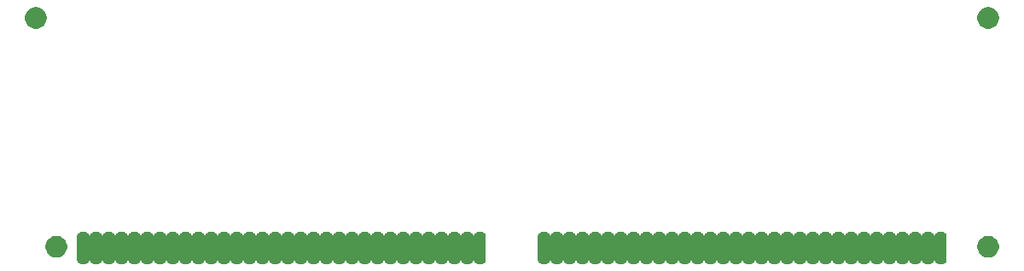
<source format=gbs>
G04 #@! TF.GenerationSoftware,KiCad,Pcbnew,(5.1.5-0-10_14)*
G04 #@! TF.CreationDate,2020-05-17T02:55:49-04:00*
G04 #@! TF.ProjectId,ROMSIMM,524f4d53-494d-44d2-9e6b-696361645f70,rev?*
G04 #@! TF.SameCoordinates,Original*
G04 #@! TF.FileFunction,Soldermask,Bot*
G04 #@! TF.FilePolarity,Negative*
%FSLAX46Y46*%
G04 Gerber Fmt 4.6, Leading zero omitted, Abs format (unit mm)*
G04 Created by KiCad (PCBNEW (5.1.5-0-10_14)) date 2020-05-17 02:55:49*
%MOMM*%
%LPD*%
G04 APERTURE LIST*
%ADD10C,0.100000*%
G04 APERTURE END LIST*
D10*
G36*
X78329734Y-124520044D02*
G01*
X78416388Y-124546330D01*
X78496245Y-124589015D01*
X78566241Y-124646459D01*
X78623685Y-124716455D01*
X78666369Y-124796311D01*
X78667082Y-124798660D01*
X78672799Y-124812460D01*
X78681097Y-124824880D01*
X78691660Y-124835443D01*
X78704080Y-124843742D01*
X78717881Y-124849458D01*
X78732531Y-124852372D01*
X78747469Y-124852372D01*
X78762120Y-124849458D01*
X78775920Y-124843741D01*
X78788340Y-124835443D01*
X78798903Y-124824880D01*
X78807202Y-124812460D01*
X78812918Y-124798660D01*
X78813631Y-124796311D01*
X78856315Y-124716455D01*
X78913759Y-124646459D01*
X78983755Y-124589015D01*
X79063612Y-124546330D01*
X79150266Y-124520044D01*
X79244123Y-124510800D01*
X79505877Y-124510800D01*
X79599734Y-124520044D01*
X79686388Y-124546330D01*
X79766245Y-124589015D01*
X79836241Y-124646459D01*
X79893685Y-124716455D01*
X79936369Y-124796311D01*
X79937082Y-124798660D01*
X79942799Y-124812460D01*
X79951097Y-124824880D01*
X79961660Y-124835443D01*
X79974080Y-124843742D01*
X79987881Y-124849458D01*
X80002531Y-124852372D01*
X80017469Y-124852372D01*
X80032120Y-124849458D01*
X80045920Y-124843741D01*
X80058340Y-124835443D01*
X80068903Y-124824880D01*
X80077202Y-124812460D01*
X80082918Y-124798660D01*
X80083631Y-124796311D01*
X80126315Y-124716455D01*
X80183759Y-124646459D01*
X80253755Y-124589015D01*
X80333612Y-124546330D01*
X80420266Y-124520044D01*
X80514123Y-124510800D01*
X80775877Y-124510800D01*
X80869734Y-124520044D01*
X80956388Y-124546330D01*
X81036245Y-124589015D01*
X81106241Y-124646459D01*
X81163685Y-124716455D01*
X81206369Y-124796311D01*
X81207082Y-124798660D01*
X81212799Y-124812460D01*
X81221097Y-124824880D01*
X81231660Y-124835443D01*
X81244080Y-124843742D01*
X81257881Y-124849458D01*
X81272531Y-124852372D01*
X81287469Y-124852372D01*
X81302120Y-124849458D01*
X81315920Y-124843741D01*
X81328340Y-124835443D01*
X81338903Y-124824880D01*
X81347202Y-124812460D01*
X81352918Y-124798660D01*
X81353631Y-124796311D01*
X81396315Y-124716455D01*
X81453759Y-124646459D01*
X81523755Y-124589015D01*
X81603612Y-124546330D01*
X81690266Y-124520044D01*
X81784123Y-124510800D01*
X82045877Y-124510800D01*
X82139734Y-124520044D01*
X82226388Y-124546330D01*
X82306245Y-124589015D01*
X82376241Y-124646459D01*
X82433685Y-124716455D01*
X82476369Y-124796311D01*
X82477082Y-124798660D01*
X82482799Y-124812460D01*
X82491097Y-124824880D01*
X82501660Y-124835443D01*
X82514080Y-124843742D01*
X82527881Y-124849458D01*
X82542531Y-124852372D01*
X82557469Y-124852372D01*
X82572120Y-124849458D01*
X82585920Y-124843741D01*
X82598340Y-124835443D01*
X82608903Y-124824880D01*
X82617202Y-124812460D01*
X82622918Y-124798660D01*
X82623631Y-124796311D01*
X82666315Y-124716455D01*
X82723759Y-124646459D01*
X82793755Y-124589015D01*
X82873612Y-124546330D01*
X82960266Y-124520044D01*
X83054123Y-124510800D01*
X83315877Y-124510800D01*
X83409734Y-124520044D01*
X83496388Y-124546330D01*
X83576245Y-124589015D01*
X83646241Y-124646459D01*
X83703685Y-124716455D01*
X83746369Y-124796311D01*
X83747082Y-124798660D01*
X83752799Y-124812460D01*
X83761097Y-124824880D01*
X83771660Y-124835443D01*
X83784080Y-124843742D01*
X83797881Y-124849458D01*
X83812531Y-124852372D01*
X83827469Y-124852372D01*
X83842120Y-124849458D01*
X83855920Y-124843741D01*
X83868340Y-124835443D01*
X83878903Y-124824880D01*
X83887202Y-124812460D01*
X83892918Y-124798660D01*
X83893631Y-124796311D01*
X83936315Y-124716455D01*
X83993759Y-124646459D01*
X84063755Y-124589015D01*
X84143612Y-124546330D01*
X84230266Y-124520044D01*
X84324123Y-124510800D01*
X84585877Y-124510800D01*
X84679734Y-124520044D01*
X84766388Y-124546330D01*
X84846245Y-124589015D01*
X84916241Y-124646459D01*
X84973685Y-124716455D01*
X85016369Y-124796311D01*
X85017082Y-124798660D01*
X85022799Y-124812460D01*
X85031097Y-124824880D01*
X85041660Y-124835443D01*
X85054080Y-124843742D01*
X85067881Y-124849458D01*
X85082531Y-124852372D01*
X85097469Y-124852372D01*
X85112120Y-124849458D01*
X85125920Y-124843741D01*
X85138340Y-124835443D01*
X85148903Y-124824880D01*
X85157202Y-124812460D01*
X85162918Y-124798660D01*
X85163631Y-124796311D01*
X85206315Y-124716455D01*
X85263759Y-124646459D01*
X85333755Y-124589015D01*
X85413612Y-124546330D01*
X85500266Y-124520044D01*
X85594123Y-124510800D01*
X85855877Y-124510800D01*
X85949734Y-124520044D01*
X86036388Y-124546330D01*
X86116245Y-124589015D01*
X86186241Y-124646459D01*
X86243685Y-124716455D01*
X86286369Y-124796311D01*
X86287082Y-124798660D01*
X86292799Y-124812460D01*
X86301097Y-124824880D01*
X86311660Y-124835443D01*
X86324080Y-124843742D01*
X86337881Y-124849458D01*
X86352531Y-124852372D01*
X86367469Y-124852372D01*
X86382120Y-124849458D01*
X86395920Y-124843741D01*
X86408340Y-124835443D01*
X86418903Y-124824880D01*
X86427202Y-124812460D01*
X86432918Y-124798660D01*
X86433631Y-124796311D01*
X86476315Y-124716455D01*
X86533759Y-124646459D01*
X86603755Y-124589015D01*
X86683612Y-124546330D01*
X86770266Y-124520044D01*
X86864123Y-124510800D01*
X87125877Y-124510800D01*
X87219734Y-124520044D01*
X87306388Y-124546330D01*
X87386245Y-124589015D01*
X87456241Y-124646459D01*
X87513685Y-124716455D01*
X87556369Y-124796311D01*
X87557082Y-124798660D01*
X87562799Y-124812460D01*
X87571097Y-124824880D01*
X87581660Y-124835443D01*
X87594080Y-124843742D01*
X87607881Y-124849458D01*
X87622531Y-124852372D01*
X87637469Y-124852372D01*
X87652120Y-124849458D01*
X87665920Y-124843741D01*
X87678340Y-124835443D01*
X87688903Y-124824880D01*
X87697202Y-124812460D01*
X87702918Y-124798660D01*
X87703631Y-124796311D01*
X87746315Y-124716455D01*
X87803759Y-124646459D01*
X87873755Y-124589015D01*
X87953612Y-124546330D01*
X88040266Y-124520044D01*
X88134123Y-124510800D01*
X88395877Y-124510800D01*
X88489734Y-124520044D01*
X88576388Y-124546330D01*
X88656245Y-124589015D01*
X88726241Y-124646459D01*
X88783685Y-124716455D01*
X88826369Y-124796311D01*
X88827082Y-124798660D01*
X88832799Y-124812460D01*
X88841097Y-124824880D01*
X88851660Y-124835443D01*
X88864080Y-124843742D01*
X88877881Y-124849458D01*
X88892531Y-124852372D01*
X88907469Y-124852372D01*
X88922120Y-124849458D01*
X88935920Y-124843741D01*
X88948340Y-124835443D01*
X88958903Y-124824880D01*
X88967202Y-124812460D01*
X88972918Y-124798660D01*
X88973631Y-124796311D01*
X89016315Y-124716455D01*
X89073759Y-124646459D01*
X89143755Y-124589015D01*
X89223612Y-124546330D01*
X89310266Y-124520044D01*
X89404123Y-124510800D01*
X89665877Y-124510800D01*
X89759734Y-124520044D01*
X89846388Y-124546330D01*
X89926245Y-124589015D01*
X89996241Y-124646459D01*
X90053685Y-124716455D01*
X90096369Y-124796311D01*
X90097082Y-124798660D01*
X90102799Y-124812460D01*
X90111097Y-124824880D01*
X90121660Y-124835443D01*
X90134080Y-124843742D01*
X90147881Y-124849458D01*
X90162531Y-124852372D01*
X90177469Y-124852372D01*
X90192120Y-124849458D01*
X90205920Y-124843741D01*
X90218340Y-124835443D01*
X90228903Y-124824880D01*
X90237202Y-124812460D01*
X90242918Y-124798660D01*
X90243631Y-124796311D01*
X90286315Y-124716455D01*
X90343759Y-124646459D01*
X90413755Y-124589015D01*
X90493612Y-124546330D01*
X90580266Y-124520044D01*
X90674123Y-124510800D01*
X90935877Y-124510800D01*
X91029734Y-124520044D01*
X91116388Y-124546330D01*
X91196245Y-124589015D01*
X91266241Y-124646459D01*
X91323685Y-124716455D01*
X91366369Y-124796311D01*
X91367082Y-124798660D01*
X91372799Y-124812460D01*
X91381097Y-124824880D01*
X91391660Y-124835443D01*
X91404080Y-124843742D01*
X91417881Y-124849458D01*
X91432531Y-124852372D01*
X91447469Y-124852372D01*
X91462120Y-124849458D01*
X91475920Y-124843741D01*
X91488340Y-124835443D01*
X91498903Y-124824880D01*
X91507202Y-124812460D01*
X91512918Y-124798660D01*
X91513631Y-124796311D01*
X91556315Y-124716455D01*
X91613759Y-124646459D01*
X91683755Y-124589015D01*
X91763612Y-124546330D01*
X91850266Y-124520044D01*
X91944123Y-124510800D01*
X92205877Y-124510800D01*
X92299734Y-124520044D01*
X92386388Y-124546330D01*
X92466245Y-124589015D01*
X92536241Y-124646459D01*
X92593685Y-124716455D01*
X92636369Y-124796311D01*
X92637082Y-124798660D01*
X92642799Y-124812460D01*
X92651097Y-124824880D01*
X92661660Y-124835443D01*
X92674080Y-124843742D01*
X92687881Y-124849458D01*
X92702531Y-124852372D01*
X92717469Y-124852372D01*
X92732120Y-124849458D01*
X92745920Y-124843741D01*
X92758340Y-124835443D01*
X92768903Y-124824880D01*
X92777202Y-124812460D01*
X92782918Y-124798660D01*
X92783631Y-124796311D01*
X92826315Y-124716455D01*
X92883759Y-124646459D01*
X92953755Y-124589015D01*
X93033612Y-124546330D01*
X93120266Y-124520044D01*
X93214123Y-124510800D01*
X93475877Y-124510800D01*
X93569734Y-124520044D01*
X93656388Y-124546330D01*
X93736245Y-124589015D01*
X93806241Y-124646459D01*
X93863685Y-124716455D01*
X93906369Y-124796311D01*
X93907082Y-124798660D01*
X93912799Y-124812460D01*
X93921097Y-124824880D01*
X93931660Y-124835443D01*
X93944080Y-124843742D01*
X93957881Y-124849458D01*
X93972531Y-124852372D01*
X93987469Y-124852372D01*
X94002120Y-124849458D01*
X94015920Y-124843741D01*
X94028340Y-124835443D01*
X94038903Y-124824880D01*
X94047202Y-124812460D01*
X94052918Y-124798660D01*
X94053631Y-124796311D01*
X94096315Y-124716455D01*
X94153759Y-124646459D01*
X94223755Y-124589015D01*
X94303612Y-124546330D01*
X94390266Y-124520044D01*
X94484123Y-124510800D01*
X94745877Y-124510800D01*
X94839734Y-124520044D01*
X94926388Y-124546330D01*
X95006245Y-124589015D01*
X95076241Y-124646459D01*
X95133685Y-124716455D01*
X95176369Y-124796311D01*
X95177082Y-124798660D01*
X95182799Y-124812460D01*
X95191097Y-124824880D01*
X95201660Y-124835443D01*
X95214080Y-124843742D01*
X95227881Y-124849458D01*
X95242531Y-124852372D01*
X95257469Y-124852372D01*
X95272120Y-124849458D01*
X95285920Y-124843741D01*
X95298340Y-124835443D01*
X95308903Y-124824880D01*
X95317202Y-124812460D01*
X95322918Y-124798660D01*
X95323631Y-124796311D01*
X95366315Y-124716455D01*
X95423759Y-124646459D01*
X95493755Y-124589015D01*
X95573612Y-124546330D01*
X95660266Y-124520044D01*
X95754123Y-124510800D01*
X96015877Y-124510800D01*
X96109734Y-124520044D01*
X96196388Y-124546330D01*
X96276245Y-124589015D01*
X96346241Y-124646459D01*
X96403685Y-124716455D01*
X96446369Y-124796311D01*
X96447082Y-124798660D01*
X96452799Y-124812460D01*
X96461097Y-124824880D01*
X96471660Y-124835443D01*
X96484080Y-124843742D01*
X96497881Y-124849458D01*
X96512531Y-124852372D01*
X96527469Y-124852372D01*
X96542120Y-124849458D01*
X96555920Y-124843741D01*
X96568340Y-124835443D01*
X96578903Y-124824880D01*
X96587202Y-124812460D01*
X96592918Y-124798660D01*
X96593631Y-124796311D01*
X96636315Y-124716455D01*
X96693759Y-124646459D01*
X96763755Y-124589015D01*
X96843612Y-124546330D01*
X96930266Y-124520044D01*
X97024123Y-124510800D01*
X97285877Y-124510800D01*
X97379734Y-124520044D01*
X97466388Y-124546330D01*
X97546245Y-124589015D01*
X97616241Y-124646459D01*
X97673685Y-124716455D01*
X97716369Y-124796311D01*
X97717082Y-124798660D01*
X97722799Y-124812460D01*
X97731097Y-124824880D01*
X97741660Y-124835443D01*
X97754080Y-124843742D01*
X97767881Y-124849458D01*
X97782531Y-124852372D01*
X97797469Y-124852372D01*
X97812120Y-124849458D01*
X97825920Y-124843741D01*
X97838340Y-124835443D01*
X97848903Y-124824880D01*
X97857202Y-124812460D01*
X97862918Y-124798660D01*
X97863631Y-124796311D01*
X97906315Y-124716455D01*
X97963759Y-124646459D01*
X98033755Y-124589015D01*
X98113612Y-124546330D01*
X98200266Y-124520044D01*
X98294123Y-124510800D01*
X98555877Y-124510800D01*
X98649734Y-124520044D01*
X98736388Y-124546330D01*
X98816245Y-124589015D01*
X98886241Y-124646459D01*
X98943685Y-124716455D01*
X98986369Y-124796311D01*
X98987082Y-124798660D01*
X98992799Y-124812460D01*
X99001097Y-124824880D01*
X99011660Y-124835443D01*
X99024080Y-124843742D01*
X99037881Y-124849458D01*
X99052531Y-124852372D01*
X99067469Y-124852372D01*
X99082120Y-124849458D01*
X99095920Y-124843741D01*
X99108340Y-124835443D01*
X99118903Y-124824880D01*
X99127202Y-124812460D01*
X99132918Y-124798660D01*
X99133631Y-124796311D01*
X99176315Y-124716455D01*
X99233759Y-124646459D01*
X99303755Y-124589015D01*
X99383612Y-124546330D01*
X99470266Y-124520044D01*
X99564123Y-124510800D01*
X99825877Y-124510800D01*
X99919734Y-124520044D01*
X100006388Y-124546330D01*
X100086245Y-124589015D01*
X100156241Y-124646459D01*
X100213685Y-124716455D01*
X100256369Y-124796311D01*
X100257082Y-124798660D01*
X100262799Y-124812460D01*
X100271097Y-124824880D01*
X100281660Y-124835443D01*
X100294080Y-124843742D01*
X100307881Y-124849458D01*
X100322531Y-124852372D01*
X100337469Y-124852372D01*
X100352120Y-124849458D01*
X100365920Y-124843741D01*
X100378340Y-124835443D01*
X100388903Y-124824880D01*
X100397202Y-124812460D01*
X100402918Y-124798660D01*
X100403631Y-124796311D01*
X100446315Y-124716455D01*
X100503759Y-124646459D01*
X100573755Y-124589015D01*
X100653612Y-124546330D01*
X100740266Y-124520044D01*
X100834123Y-124510800D01*
X101095877Y-124510800D01*
X101189734Y-124520044D01*
X101276388Y-124546330D01*
X101356245Y-124589015D01*
X101426241Y-124646459D01*
X101483685Y-124716455D01*
X101526369Y-124796311D01*
X101527082Y-124798660D01*
X101532799Y-124812460D01*
X101541097Y-124824880D01*
X101551660Y-124835443D01*
X101564080Y-124843742D01*
X101577881Y-124849458D01*
X101592531Y-124852372D01*
X101607469Y-124852372D01*
X101622120Y-124849458D01*
X101635920Y-124843741D01*
X101648340Y-124835443D01*
X101658903Y-124824880D01*
X101667202Y-124812460D01*
X101672918Y-124798660D01*
X101673631Y-124796311D01*
X101716315Y-124716455D01*
X101773759Y-124646459D01*
X101843755Y-124589015D01*
X101923612Y-124546330D01*
X102010266Y-124520044D01*
X102104123Y-124510800D01*
X102365877Y-124510800D01*
X102459734Y-124520044D01*
X102546388Y-124546330D01*
X102626245Y-124589015D01*
X102696241Y-124646459D01*
X102753685Y-124716455D01*
X102796369Y-124796311D01*
X102797082Y-124798660D01*
X102802799Y-124812460D01*
X102811097Y-124824880D01*
X102821660Y-124835443D01*
X102834080Y-124843742D01*
X102847881Y-124849458D01*
X102862531Y-124852372D01*
X102877469Y-124852372D01*
X102892120Y-124849458D01*
X102905920Y-124843741D01*
X102918340Y-124835443D01*
X102928903Y-124824880D01*
X102937202Y-124812460D01*
X102942918Y-124798660D01*
X102943631Y-124796311D01*
X102986315Y-124716455D01*
X103043759Y-124646459D01*
X103113755Y-124589015D01*
X103193612Y-124546330D01*
X103280266Y-124520044D01*
X103374123Y-124510800D01*
X103635877Y-124510800D01*
X103729734Y-124520044D01*
X103816388Y-124546330D01*
X103896245Y-124589015D01*
X103966241Y-124646459D01*
X104023685Y-124716455D01*
X104066369Y-124796311D01*
X104067082Y-124798660D01*
X104072799Y-124812460D01*
X104081097Y-124824880D01*
X104091660Y-124835443D01*
X104104080Y-124843742D01*
X104117881Y-124849458D01*
X104132531Y-124852372D01*
X104147469Y-124852372D01*
X104162120Y-124849458D01*
X104175920Y-124843741D01*
X104188340Y-124835443D01*
X104198903Y-124824880D01*
X104207202Y-124812460D01*
X104212918Y-124798660D01*
X104213631Y-124796311D01*
X104256315Y-124716455D01*
X104313759Y-124646459D01*
X104383755Y-124589015D01*
X104463612Y-124546330D01*
X104550266Y-124520044D01*
X104644123Y-124510800D01*
X104905877Y-124510800D01*
X104999734Y-124520044D01*
X105086388Y-124546330D01*
X105166245Y-124589015D01*
X105236241Y-124646459D01*
X105293685Y-124716455D01*
X105336369Y-124796311D01*
X105337082Y-124798660D01*
X105342799Y-124812460D01*
X105351097Y-124824880D01*
X105361660Y-124835443D01*
X105374080Y-124843742D01*
X105387881Y-124849458D01*
X105402531Y-124852372D01*
X105417469Y-124852372D01*
X105432120Y-124849458D01*
X105445920Y-124843741D01*
X105458340Y-124835443D01*
X105468903Y-124824880D01*
X105477202Y-124812460D01*
X105482918Y-124798660D01*
X105483631Y-124796311D01*
X105526315Y-124716455D01*
X105583759Y-124646459D01*
X105653755Y-124589015D01*
X105733612Y-124546330D01*
X105820266Y-124520044D01*
X105914123Y-124510800D01*
X106175877Y-124510800D01*
X106269734Y-124520044D01*
X106356388Y-124546330D01*
X106436245Y-124589015D01*
X106506241Y-124646459D01*
X106563685Y-124716455D01*
X106606369Y-124796311D01*
X106607082Y-124798660D01*
X106612799Y-124812460D01*
X106621097Y-124824880D01*
X106631660Y-124835443D01*
X106644080Y-124843742D01*
X106657881Y-124849458D01*
X106672531Y-124852372D01*
X106687469Y-124852372D01*
X106702120Y-124849458D01*
X106715920Y-124843741D01*
X106728340Y-124835443D01*
X106738903Y-124824880D01*
X106747202Y-124812460D01*
X106752918Y-124798660D01*
X106753631Y-124796311D01*
X106796315Y-124716455D01*
X106853759Y-124646459D01*
X106923755Y-124589015D01*
X107003612Y-124546330D01*
X107090266Y-124520044D01*
X107184123Y-124510800D01*
X107445877Y-124510800D01*
X107539734Y-124520044D01*
X107626388Y-124546330D01*
X107706245Y-124589015D01*
X107776241Y-124646459D01*
X107833685Y-124716455D01*
X107876369Y-124796311D01*
X107877082Y-124798660D01*
X107882799Y-124812460D01*
X107891097Y-124824880D01*
X107901660Y-124835443D01*
X107914080Y-124843742D01*
X107927881Y-124849458D01*
X107942531Y-124852372D01*
X107957469Y-124852372D01*
X107972120Y-124849458D01*
X107985920Y-124843741D01*
X107998340Y-124835443D01*
X108008903Y-124824880D01*
X108017202Y-124812460D01*
X108022918Y-124798660D01*
X108023631Y-124796311D01*
X108066315Y-124716455D01*
X108123759Y-124646459D01*
X108193755Y-124589015D01*
X108273612Y-124546330D01*
X108360266Y-124520044D01*
X108454123Y-124510800D01*
X108715877Y-124510800D01*
X108809734Y-124520044D01*
X108896388Y-124546330D01*
X108976245Y-124589015D01*
X109046241Y-124646459D01*
X109103685Y-124716455D01*
X109146369Y-124796311D01*
X109147082Y-124798660D01*
X109152799Y-124812460D01*
X109161097Y-124824880D01*
X109171660Y-124835443D01*
X109184080Y-124843742D01*
X109197881Y-124849458D01*
X109212531Y-124852372D01*
X109227469Y-124852372D01*
X109242120Y-124849458D01*
X109255920Y-124843741D01*
X109268340Y-124835443D01*
X109278903Y-124824880D01*
X109287202Y-124812460D01*
X109292918Y-124798660D01*
X109293631Y-124796311D01*
X109336315Y-124716455D01*
X109393759Y-124646459D01*
X109463755Y-124589015D01*
X109543612Y-124546330D01*
X109630266Y-124520044D01*
X109724123Y-124510800D01*
X109985877Y-124510800D01*
X110079734Y-124520044D01*
X110166388Y-124546330D01*
X110246245Y-124589015D01*
X110316241Y-124646459D01*
X110373685Y-124716455D01*
X110416369Y-124796311D01*
X110417082Y-124798660D01*
X110422799Y-124812460D01*
X110431097Y-124824880D01*
X110441660Y-124835443D01*
X110454080Y-124843742D01*
X110467881Y-124849458D01*
X110482531Y-124852372D01*
X110497469Y-124852372D01*
X110512120Y-124849458D01*
X110525920Y-124843741D01*
X110538340Y-124835443D01*
X110548903Y-124824880D01*
X110557202Y-124812460D01*
X110562918Y-124798660D01*
X110563631Y-124796311D01*
X110606315Y-124716455D01*
X110663759Y-124646459D01*
X110733755Y-124589015D01*
X110813612Y-124546330D01*
X110900266Y-124520044D01*
X110994123Y-124510800D01*
X111255877Y-124510800D01*
X111349734Y-124520044D01*
X111436388Y-124546330D01*
X111516245Y-124589015D01*
X111586241Y-124646459D01*
X111643685Y-124716455D01*
X111686369Y-124796311D01*
X111687082Y-124798660D01*
X111692799Y-124812460D01*
X111701097Y-124824880D01*
X111711660Y-124835443D01*
X111724080Y-124843742D01*
X111737881Y-124849458D01*
X111752531Y-124852372D01*
X111767469Y-124852372D01*
X111782120Y-124849458D01*
X111795920Y-124843741D01*
X111808340Y-124835443D01*
X111818903Y-124824880D01*
X111827202Y-124812460D01*
X111832918Y-124798660D01*
X111833631Y-124796311D01*
X111876315Y-124716455D01*
X111933759Y-124646459D01*
X112003755Y-124589015D01*
X112083612Y-124546330D01*
X112170266Y-124520044D01*
X112264123Y-124510800D01*
X112525877Y-124510800D01*
X112619734Y-124520044D01*
X112706388Y-124546330D01*
X112786245Y-124589015D01*
X112856241Y-124646459D01*
X112913685Y-124716455D01*
X112956369Y-124796311D01*
X112957082Y-124798660D01*
X112962799Y-124812460D01*
X112971097Y-124824880D01*
X112981660Y-124835443D01*
X112994080Y-124843742D01*
X113007881Y-124849458D01*
X113022531Y-124852372D01*
X113037469Y-124852372D01*
X113052120Y-124849458D01*
X113065920Y-124843741D01*
X113078340Y-124835443D01*
X113088903Y-124824880D01*
X113097202Y-124812460D01*
X113102918Y-124798660D01*
X113103631Y-124796311D01*
X113146315Y-124716455D01*
X113203759Y-124646459D01*
X113273755Y-124589015D01*
X113353612Y-124546330D01*
X113440266Y-124520044D01*
X113534123Y-124510800D01*
X113795877Y-124510800D01*
X113889734Y-124520044D01*
X113976388Y-124546330D01*
X114056245Y-124589015D01*
X114126241Y-124646459D01*
X114183685Y-124716455D01*
X114226369Y-124796311D01*
X114227082Y-124798660D01*
X114232799Y-124812460D01*
X114241097Y-124824880D01*
X114251660Y-124835443D01*
X114264080Y-124843742D01*
X114277881Y-124849458D01*
X114292531Y-124852372D01*
X114307469Y-124852372D01*
X114322120Y-124849458D01*
X114335920Y-124843741D01*
X114348340Y-124835443D01*
X114358903Y-124824880D01*
X114367202Y-124812460D01*
X114372918Y-124798660D01*
X114373631Y-124796311D01*
X114416315Y-124716455D01*
X114473759Y-124646459D01*
X114543755Y-124589015D01*
X114623612Y-124546330D01*
X114710266Y-124520044D01*
X114804123Y-124510800D01*
X115065877Y-124510800D01*
X115159734Y-124520044D01*
X115246388Y-124546330D01*
X115326245Y-124589015D01*
X115396241Y-124646459D01*
X115453685Y-124716455D01*
X115496369Y-124796311D01*
X115497082Y-124798660D01*
X115502799Y-124812460D01*
X115511097Y-124824880D01*
X115521660Y-124835443D01*
X115534080Y-124843742D01*
X115547881Y-124849458D01*
X115562531Y-124852372D01*
X115577469Y-124852372D01*
X115592120Y-124849458D01*
X115605920Y-124843741D01*
X115618340Y-124835443D01*
X115628903Y-124824880D01*
X115637202Y-124812460D01*
X115642918Y-124798660D01*
X115643631Y-124796311D01*
X115686315Y-124716455D01*
X115743759Y-124646459D01*
X115813755Y-124589015D01*
X115893612Y-124546330D01*
X115980266Y-124520044D01*
X116074123Y-124510800D01*
X116335877Y-124510800D01*
X116429734Y-124520044D01*
X116516388Y-124546330D01*
X116596245Y-124589015D01*
X116666241Y-124646459D01*
X116723685Y-124716455D01*
X116766369Y-124796311D01*
X116767082Y-124798660D01*
X116772799Y-124812460D01*
X116781097Y-124824880D01*
X116791660Y-124835443D01*
X116804080Y-124843742D01*
X116817881Y-124849458D01*
X116832531Y-124852372D01*
X116847469Y-124852372D01*
X116862120Y-124849458D01*
X116875920Y-124843741D01*
X116888340Y-124835443D01*
X116898903Y-124824880D01*
X116907202Y-124812460D01*
X116912918Y-124798660D01*
X116913631Y-124796311D01*
X116956315Y-124716455D01*
X117013759Y-124646459D01*
X117083755Y-124589015D01*
X117163612Y-124546330D01*
X117250266Y-124520044D01*
X117344123Y-124510800D01*
X117605877Y-124510800D01*
X117699734Y-124520044D01*
X117786388Y-124546330D01*
X117866245Y-124589015D01*
X117936241Y-124646459D01*
X117993685Y-124716455D01*
X118036370Y-124796312D01*
X118062656Y-124882966D01*
X118071900Y-124976823D01*
X118071900Y-127245177D01*
X118062656Y-127339034D01*
X118036370Y-127425688D01*
X117993685Y-127505545D01*
X117936241Y-127575541D01*
X117866245Y-127632985D01*
X117786388Y-127675670D01*
X117699734Y-127701956D01*
X117605877Y-127711200D01*
X117344123Y-127711200D01*
X117250266Y-127701956D01*
X117163612Y-127675670D01*
X117083755Y-127632985D01*
X117013759Y-127575541D01*
X116956315Y-127505545D01*
X116913631Y-127425689D01*
X116912918Y-127423340D01*
X116907201Y-127409540D01*
X116898903Y-127397120D01*
X116888340Y-127386557D01*
X116875920Y-127378258D01*
X116862119Y-127372542D01*
X116847469Y-127369628D01*
X116832531Y-127369628D01*
X116817880Y-127372542D01*
X116804080Y-127378259D01*
X116791660Y-127386557D01*
X116781097Y-127397120D01*
X116772798Y-127409540D01*
X116767082Y-127423340D01*
X116766369Y-127425689D01*
X116723685Y-127505545D01*
X116666241Y-127575541D01*
X116596245Y-127632985D01*
X116516388Y-127675670D01*
X116429734Y-127701956D01*
X116335877Y-127711200D01*
X116074123Y-127711200D01*
X115980266Y-127701956D01*
X115893612Y-127675670D01*
X115813755Y-127632985D01*
X115743759Y-127575541D01*
X115686315Y-127505545D01*
X115643631Y-127425689D01*
X115642918Y-127423340D01*
X115637201Y-127409540D01*
X115628903Y-127397120D01*
X115618340Y-127386557D01*
X115605920Y-127378258D01*
X115592119Y-127372542D01*
X115577469Y-127369628D01*
X115562531Y-127369628D01*
X115547880Y-127372542D01*
X115534080Y-127378259D01*
X115521660Y-127386557D01*
X115511097Y-127397120D01*
X115502798Y-127409540D01*
X115497082Y-127423340D01*
X115496369Y-127425689D01*
X115453685Y-127505545D01*
X115396241Y-127575541D01*
X115326245Y-127632985D01*
X115246388Y-127675670D01*
X115159734Y-127701956D01*
X115065877Y-127711200D01*
X114804123Y-127711200D01*
X114710266Y-127701956D01*
X114623612Y-127675670D01*
X114543755Y-127632985D01*
X114473759Y-127575541D01*
X114416315Y-127505545D01*
X114373631Y-127425689D01*
X114372918Y-127423340D01*
X114367201Y-127409540D01*
X114358903Y-127397120D01*
X114348340Y-127386557D01*
X114335920Y-127378258D01*
X114322119Y-127372542D01*
X114307469Y-127369628D01*
X114292531Y-127369628D01*
X114277880Y-127372542D01*
X114264080Y-127378259D01*
X114251660Y-127386557D01*
X114241097Y-127397120D01*
X114232798Y-127409540D01*
X114227082Y-127423340D01*
X114226369Y-127425689D01*
X114183685Y-127505545D01*
X114126241Y-127575541D01*
X114056245Y-127632985D01*
X113976388Y-127675670D01*
X113889734Y-127701956D01*
X113795877Y-127711200D01*
X113534123Y-127711200D01*
X113440266Y-127701956D01*
X113353612Y-127675670D01*
X113273755Y-127632985D01*
X113203759Y-127575541D01*
X113146315Y-127505545D01*
X113103631Y-127425689D01*
X113102918Y-127423340D01*
X113097201Y-127409540D01*
X113088903Y-127397120D01*
X113078340Y-127386557D01*
X113065920Y-127378258D01*
X113052119Y-127372542D01*
X113037469Y-127369628D01*
X113022531Y-127369628D01*
X113007880Y-127372542D01*
X112994080Y-127378259D01*
X112981660Y-127386557D01*
X112971097Y-127397120D01*
X112962798Y-127409540D01*
X112957082Y-127423340D01*
X112956369Y-127425689D01*
X112913685Y-127505545D01*
X112856241Y-127575541D01*
X112786245Y-127632985D01*
X112706388Y-127675670D01*
X112619734Y-127701956D01*
X112525877Y-127711200D01*
X112264123Y-127711200D01*
X112170266Y-127701956D01*
X112083612Y-127675670D01*
X112003755Y-127632985D01*
X111933759Y-127575541D01*
X111876315Y-127505545D01*
X111833631Y-127425689D01*
X111832918Y-127423340D01*
X111827201Y-127409540D01*
X111818903Y-127397120D01*
X111808340Y-127386557D01*
X111795920Y-127378258D01*
X111782119Y-127372542D01*
X111767469Y-127369628D01*
X111752531Y-127369628D01*
X111737880Y-127372542D01*
X111724080Y-127378259D01*
X111711660Y-127386557D01*
X111701097Y-127397120D01*
X111692798Y-127409540D01*
X111687082Y-127423340D01*
X111686369Y-127425689D01*
X111643685Y-127505545D01*
X111586241Y-127575541D01*
X111516245Y-127632985D01*
X111436388Y-127675670D01*
X111349734Y-127701956D01*
X111255877Y-127711200D01*
X110994123Y-127711200D01*
X110900266Y-127701956D01*
X110813612Y-127675670D01*
X110733755Y-127632985D01*
X110663759Y-127575541D01*
X110606315Y-127505545D01*
X110563631Y-127425689D01*
X110562918Y-127423340D01*
X110557201Y-127409540D01*
X110548903Y-127397120D01*
X110538340Y-127386557D01*
X110525920Y-127378258D01*
X110512119Y-127372542D01*
X110497469Y-127369628D01*
X110482531Y-127369628D01*
X110467880Y-127372542D01*
X110454080Y-127378259D01*
X110441660Y-127386557D01*
X110431097Y-127397120D01*
X110422798Y-127409540D01*
X110417082Y-127423340D01*
X110416369Y-127425689D01*
X110373685Y-127505545D01*
X110316241Y-127575541D01*
X110246245Y-127632985D01*
X110166388Y-127675670D01*
X110079734Y-127701956D01*
X109985877Y-127711200D01*
X109724123Y-127711200D01*
X109630266Y-127701956D01*
X109543612Y-127675670D01*
X109463755Y-127632985D01*
X109393759Y-127575541D01*
X109336315Y-127505545D01*
X109293631Y-127425689D01*
X109292918Y-127423340D01*
X109287201Y-127409540D01*
X109278903Y-127397120D01*
X109268340Y-127386557D01*
X109255920Y-127378258D01*
X109242119Y-127372542D01*
X109227469Y-127369628D01*
X109212531Y-127369628D01*
X109197880Y-127372542D01*
X109184080Y-127378259D01*
X109171660Y-127386557D01*
X109161097Y-127397120D01*
X109152798Y-127409540D01*
X109147082Y-127423340D01*
X109146369Y-127425689D01*
X109103685Y-127505545D01*
X109046241Y-127575541D01*
X108976245Y-127632985D01*
X108896388Y-127675670D01*
X108809734Y-127701956D01*
X108715877Y-127711200D01*
X108454123Y-127711200D01*
X108360266Y-127701956D01*
X108273612Y-127675670D01*
X108193755Y-127632985D01*
X108123759Y-127575541D01*
X108066315Y-127505545D01*
X108023631Y-127425689D01*
X108022918Y-127423340D01*
X108017201Y-127409540D01*
X108008903Y-127397120D01*
X107998340Y-127386557D01*
X107985920Y-127378258D01*
X107972119Y-127372542D01*
X107957469Y-127369628D01*
X107942531Y-127369628D01*
X107927880Y-127372542D01*
X107914080Y-127378259D01*
X107901660Y-127386557D01*
X107891097Y-127397120D01*
X107882798Y-127409540D01*
X107877082Y-127423340D01*
X107876369Y-127425689D01*
X107833685Y-127505545D01*
X107776241Y-127575541D01*
X107706245Y-127632985D01*
X107626388Y-127675670D01*
X107539734Y-127701956D01*
X107445877Y-127711200D01*
X107184123Y-127711200D01*
X107090266Y-127701956D01*
X107003612Y-127675670D01*
X106923755Y-127632985D01*
X106853759Y-127575541D01*
X106796315Y-127505545D01*
X106753631Y-127425689D01*
X106752918Y-127423340D01*
X106747201Y-127409540D01*
X106738903Y-127397120D01*
X106728340Y-127386557D01*
X106715920Y-127378258D01*
X106702119Y-127372542D01*
X106687469Y-127369628D01*
X106672531Y-127369628D01*
X106657880Y-127372542D01*
X106644080Y-127378259D01*
X106631660Y-127386557D01*
X106621097Y-127397120D01*
X106612798Y-127409540D01*
X106607082Y-127423340D01*
X106606369Y-127425689D01*
X106563685Y-127505545D01*
X106506241Y-127575541D01*
X106436245Y-127632985D01*
X106356388Y-127675670D01*
X106269734Y-127701956D01*
X106175877Y-127711200D01*
X105914123Y-127711200D01*
X105820266Y-127701956D01*
X105733612Y-127675670D01*
X105653755Y-127632985D01*
X105583759Y-127575541D01*
X105526315Y-127505545D01*
X105483631Y-127425689D01*
X105482918Y-127423340D01*
X105477201Y-127409540D01*
X105468903Y-127397120D01*
X105458340Y-127386557D01*
X105445920Y-127378258D01*
X105432119Y-127372542D01*
X105417469Y-127369628D01*
X105402531Y-127369628D01*
X105387880Y-127372542D01*
X105374080Y-127378259D01*
X105361660Y-127386557D01*
X105351097Y-127397120D01*
X105342798Y-127409540D01*
X105337082Y-127423340D01*
X105336369Y-127425689D01*
X105293685Y-127505545D01*
X105236241Y-127575541D01*
X105166245Y-127632985D01*
X105086388Y-127675670D01*
X104999734Y-127701956D01*
X104905877Y-127711200D01*
X104644123Y-127711200D01*
X104550266Y-127701956D01*
X104463612Y-127675670D01*
X104383755Y-127632985D01*
X104313759Y-127575541D01*
X104256315Y-127505545D01*
X104213631Y-127425689D01*
X104212918Y-127423340D01*
X104207201Y-127409540D01*
X104198903Y-127397120D01*
X104188340Y-127386557D01*
X104175920Y-127378258D01*
X104162119Y-127372542D01*
X104147469Y-127369628D01*
X104132531Y-127369628D01*
X104117880Y-127372542D01*
X104104080Y-127378259D01*
X104091660Y-127386557D01*
X104081097Y-127397120D01*
X104072798Y-127409540D01*
X104067082Y-127423340D01*
X104066369Y-127425689D01*
X104023685Y-127505545D01*
X103966241Y-127575541D01*
X103896245Y-127632985D01*
X103816388Y-127675670D01*
X103729734Y-127701956D01*
X103635877Y-127711200D01*
X103374123Y-127711200D01*
X103280266Y-127701956D01*
X103193612Y-127675670D01*
X103113755Y-127632985D01*
X103043759Y-127575541D01*
X102986315Y-127505545D01*
X102943631Y-127425689D01*
X102942918Y-127423340D01*
X102937201Y-127409540D01*
X102928903Y-127397120D01*
X102918340Y-127386557D01*
X102905920Y-127378258D01*
X102892119Y-127372542D01*
X102877469Y-127369628D01*
X102862531Y-127369628D01*
X102847880Y-127372542D01*
X102834080Y-127378259D01*
X102821660Y-127386557D01*
X102811097Y-127397120D01*
X102802798Y-127409540D01*
X102797082Y-127423340D01*
X102796369Y-127425689D01*
X102753685Y-127505545D01*
X102696241Y-127575541D01*
X102626245Y-127632985D01*
X102546388Y-127675670D01*
X102459734Y-127701956D01*
X102365877Y-127711200D01*
X102104123Y-127711200D01*
X102010266Y-127701956D01*
X101923612Y-127675670D01*
X101843755Y-127632985D01*
X101773759Y-127575541D01*
X101716315Y-127505545D01*
X101673631Y-127425689D01*
X101672918Y-127423340D01*
X101667201Y-127409540D01*
X101658903Y-127397120D01*
X101648340Y-127386557D01*
X101635920Y-127378258D01*
X101622119Y-127372542D01*
X101607469Y-127369628D01*
X101592531Y-127369628D01*
X101577880Y-127372542D01*
X101564080Y-127378259D01*
X101551660Y-127386557D01*
X101541097Y-127397120D01*
X101532798Y-127409540D01*
X101527082Y-127423340D01*
X101526369Y-127425689D01*
X101483685Y-127505545D01*
X101426241Y-127575541D01*
X101356245Y-127632985D01*
X101276388Y-127675670D01*
X101189734Y-127701956D01*
X101095877Y-127711200D01*
X100834123Y-127711200D01*
X100740266Y-127701956D01*
X100653612Y-127675670D01*
X100573755Y-127632985D01*
X100503759Y-127575541D01*
X100446315Y-127505545D01*
X100403631Y-127425689D01*
X100402918Y-127423340D01*
X100397201Y-127409540D01*
X100388903Y-127397120D01*
X100378340Y-127386557D01*
X100365920Y-127378258D01*
X100352119Y-127372542D01*
X100337469Y-127369628D01*
X100322531Y-127369628D01*
X100307880Y-127372542D01*
X100294080Y-127378259D01*
X100281660Y-127386557D01*
X100271097Y-127397120D01*
X100262798Y-127409540D01*
X100257082Y-127423340D01*
X100256369Y-127425689D01*
X100213685Y-127505545D01*
X100156241Y-127575541D01*
X100086245Y-127632985D01*
X100006388Y-127675670D01*
X99919734Y-127701956D01*
X99825877Y-127711200D01*
X99564123Y-127711200D01*
X99470266Y-127701956D01*
X99383612Y-127675670D01*
X99303755Y-127632985D01*
X99233759Y-127575541D01*
X99176315Y-127505545D01*
X99133631Y-127425689D01*
X99132918Y-127423340D01*
X99127201Y-127409540D01*
X99118903Y-127397120D01*
X99108340Y-127386557D01*
X99095920Y-127378258D01*
X99082119Y-127372542D01*
X99067469Y-127369628D01*
X99052531Y-127369628D01*
X99037880Y-127372542D01*
X99024080Y-127378259D01*
X99011660Y-127386557D01*
X99001097Y-127397120D01*
X98992798Y-127409540D01*
X98987082Y-127423340D01*
X98986369Y-127425689D01*
X98943685Y-127505545D01*
X98886241Y-127575541D01*
X98816245Y-127632985D01*
X98736388Y-127675670D01*
X98649734Y-127701956D01*
X98555877Y-127711200D01*
X98294123Y-127711200D01*
X98200266Y-127701956D01*
X98113612Y-127675670D01*
X98033755Y-127632985D01*
X97963759Y-127575541D01*
X97906315Y-127505545D01*
X97863631Y-127425689D01*
X97862918Y-127423340D01*
X97857201Y-127409540D01*
X97848903Y-127397120D01*
X97838340Y-127386557D01*
X97825920Y-127378258D01*
X97812119Y-127372542D01*
X97797469Y-127369628D01*
X97782531Y-127369628D01*
X97767880Y-127372542D01*
X97754080Y-127378259D01*
X97741660Y-127386557D01*
X97731097Y-127397120D01*
X97722798Y-127409540D01*
X97717082Y-127423340D01*
X97716369Y-127425689D01*
X97673685Y-127505545D01*
X97616241Y-127575541D01*
X97546245Y-127632985D01*
X97466388Y-127675670D01*
X97379734Y-127701956D01*
X97285877Y-127711200D01*
X97024123Y-127711200D01*
X96930266Y-127701956D01*
X96843612Y-127675670D01*
X96763755Y-127632985D01*
X96693759Y-127575541D01*
X96636315Y-127505545D01*
X96593631Y-127425689D01*
X96592918Y-127423340D01*
X96587201Y-127409540D01*
X96578903Y-127397120D01*
X96568340Y-127386557D01*
X96555920Y-127378258D01*
X96542119Y-127372542D01*
X96527469Y-127369628D01*
X96512531Y-127369628D01*
X96497880Y-127372542D01*
X96484080Y-127378259D01*
X96471660Y-127386557D01*
X96461097Y-127397120D01*
X96452798Y-127409540D01*
X96447082Y-127423340D01*
X96446369Y-127425689D01*
X96403685Y-127505545D01*
X96346241Y-127575541D01*
X96276245Y-127632985D01*
X96196388Y-127675670D01*
X96109734Y-127701956D01*
X96015877Y-127711200D01*
X95754123Y-127711200D01*
X95660266Y-127701956D01*
X95573612Y-127675670D01*
X95493755Y-127632985D01*
X95423759Y-127575541D01*
X95366315Y-127505545D01*
X95323631Y-127425689D01*
X95322918Y-127423340D01*
X95317201Y-127409540D01*
X95308903Y-127397120D01*
X95298340Y-127386557D01*
X95285920Y-127378258D01*
X95272119Y-127372542D01*
X95257469Y-127369628D01*
X95242531Y-127369628D01*
X95227880Y-127372542D01*
X95214080Y-127378259D01*
X95201660Y-127386557D01*
X95191097Y-127397120D01*
X95182798Y-127409540D01*
X95177082Y-127423340D01*
X95176369Y-127425689D01*
X95133685Y-127505545D01*
X95076241Y-127575541D01*
X95006245Y-127632985D01*
X94926388Y-127675670D01*
X94839734Y-127701956D01*
X94745877Y-127711200D01*
X94484123Y-127711200D01*
X94390266Y-127701956D01*
X94303612Y-127675670D01*
X94223755Y-127632985D01*
X94153759Y-127575541D01*
X94096315Y-127505545D01*
X94053631Y-127425689D01*
X94052918Y-127423340D01*
X94047201Y-127409540D01*
X94038903Y-127397120D01*
X94028340Y-127386557D01*
X94015920Y-127378258D01*
X94002119Y-127372542D01*
X93987469Y-127369628D01*
X93972531Y-127369628D01*
X93957880Y-127372542D01*
X93944080Y-127378259D01*
X93931660Y-127386557D01*
X93921097Y-127397120D01*
X93912798Y-127409540D01*
X93907082Y-127423340D01*
X93906369Y-127425689D01*
X93863685Y-127505545D01*
X93806241Y-127575541D01*
X93736245Y-127632985D01*
X93656388Y-127675670D01*
X93569734Y-127701956D01*
X93475877Y-127711200D01*
X93214123Y-127711200D01*
X93120266Y-127701956D01*
X93033612Y-127675670D01*
X92953755Y-127632985D01*
X92883759Y-127575541D01*
X92826315Y-127505545D01*
X92783631Y-127425689D01*
X92782918Y-127423340D01*
X92777201Y-127409540D01*
X92768903Y-127397120D01*
X92758340Y-127386557D01*
X92745920Y-127378258D01*
X92732119Y-127372542D01*
X92717469Y-127369628D01*
X92702531Y-127369628D01*
X92687880Y-127372542D01*
X92674080Y-127378259D01*
X92661660Y-127386557D01*
X92651097Y-127397120D01*
X92642798Y-127409540D01*
X92637082Y-127423340D01*
X92636369Y-127425689D01*
X92593685Y-127505545D01*
X92536241Y-127575541D01*
X92466245Y-127632985D01*
X92386388Y-127675670D01*
X92299734Y-127701956D01*
X92205877Y-127711200D01*
X91944123Y-127711200D01*
X91850266Y-127701956D01*
X91763612Y-127675670D01*
X91683755Y-127632985D01*
X91613759Y-127575541D01*
X91556315Y-127505545D01*
X91513631Y-127425689D01*
X91512918Y-127423340D01*
X91507201Y-127409540D01*
X91498903Y-127397120D01*
X91488340Y-127386557D01*
X91475920Y-127378258D01*
X91462119Y-127372542D01*
X91447469Y-127369628D01*
X91432531Y-127369628D01*
X91417880Y-127372542D01*
X91404080Y-127378259D01*
X91391660Y-127386557D01*
X91381097Y-127397120D01*
X91372798Y-127409540D01*
X91367082Y-127423340D01*
X91366369Y-127425689D01*
X91323685Y-127505545D01*
X91266241Y-127575541D01*
X91196245Y-127632985D01*
X91116388Y-127675670D01*
X91029734Y-127701956D01*
X90935877Y-127711200D01*
X90674123Y-127711200D01*
X90580266Y-127701956D01*
X90493612Y-127675670D01*
X90413755Y-127632985D01*
X90343759Y-127575541D01*
X90286315Y-127505545D01*
X90243631Y-127425689D01*
X90242918Y-127423340D01*
X90237201Y-127409540D01*
X90228903Y-127397120D01*
X90218340Y-127386557D01*
X90205920Y-127378258D01*
X90192119Y-127372542D01*
X90177469Y-127369628D01*
X90162531Y-127369628D01*
X90147880Y-127372542D01*
X90134080Y-127378259D01*
X90121660Y-127386557D01*
X90111097Y-127397120D01*
X90102798Y-127409540D01*
X90097082Y-127423340D01*
X90096369Y-127425689D01*
X90053685Y-127505545D01*
X89996241Y-127575541D01*
X89926245Y-127632985D01*
X89846388Y-127675670D01*
X89759734Y-127701956D01*
X89665877Y-127711200D01*
X89404123Y-127711200D01*
X89310266Y-127701956D01*
X89223612Y-127675670D01*
X89143755Y-127632985D01*
X89073759Y-127575541D01*
X89016315Y-127505545D01*
X88973631Y-127425689D01*
X88972918Y-127423340D01*
X88967201Y-127409540D01*
X88958903Y-127397120D01*
X88948340Y-127386557D01*
X88935920Y-127378258D01*
X88922119Y-127372542D01*
X88907469Y-127369628D01*
X88892531Y-127369628D01*
X88877880Y-127372542D01*
X88864080Y-127378259D01*
X88851660Y-127386557D01*
X88841097Y-127397120D01*
X88832798Y-127409540D01*
X88827082Y-127423340D01*
X88826369Y-127425689D01*
X88783685Y-127505545D01*
X88726241Y-127575541D01*
X88656245Y-127632985D01*
X88576388Y-127675670D01*
X88489734Y-127701956D01*
X88395877Y-127711200D01*
X88134123Y-127711200D01*
X88040266Y-127701956D01*
X87953612Y-127675670D01*
X87873755Y-127632985D01*
X87803759Y-127575541D01*
X87746315Y-127505545D01*
X87703631Y-127425689D01*
X87702918Y-127423340D01*
X87697201Y-127409540D01*
X87688903Y-127397120D01*
X87678340Y-127386557D01*
X87665920Y-127378258D01*
X87652119Y-127372542D01*
X87637469Y-127369628D01*
X87622531Y-127369628D01*
X87607880Y-127372542D01*
X87594080Y-127378259D01*
X87581660Y-127386557D01*
X87571097Y-127397120D01*
X87562798Y-127409540D01*
X87557082Y-127423340D01*
X87556369Y-127425689D01*
X87513685Y-127505545D01*
X87456241Y-127575541D01*
X87386245Y-127632985D01*
X87306388Y-127675670D01*
X87219734Y-127701956D01*
X87125877Y-127711200D01*
X86864123Y-127711200D01*
X86770266Y-127701956D01*
X86683612Y-127675670D01*
X86603755Y-127632985D01*
X86533759Y-127575541D01*
X86476315Y-127505545D01*
X86433631Y-127425689D01*
X86432918Y-127423340D01*
X86427201Y-127409540D01*
X86418903Y-127397120D01*
X86408340Y-127386557D01*
X86395920Y-127378258D01*
X86382119Y-127372542D01*
X86367469Y-127369628D01*
X86352531Y-127369628D01*
X86337880Y-127372542D01*
X86324080Y-127378259D01*
X86311660Y-127386557D01*
X86301097Y-127397120D01*
X86292798Y-127409540D01*
X86287082Y-127423340D01*
X86286369Y-127425689D01*
X86243685Y-127505545D01*
X86186241Y-127575541D01*
X86116245Y-127632985D01*
X86036388Y-127675670D01*
X85949734Y-127701956D01*
X85855877Y-127711200D01*
X85594123Y-127711200D01*
X85500266Y-127701956D01*
X85413612Y-127675670D01*
X85333755Y-127632985D01*
X85263759Y-127575541D01*
X85206315Y-127505545D01*
X85163631Y-127425689D01*
X85162918Y-127423340D01*
X85157201Y-127409540D01*
X85148903Y-127397120D01*
X85138340Y-127386557D01*
X85125920Y-127378258D01*
X85112119Y-127372542D01*
X85097469Y-127369628D01*
X85082531Y-127369628D01*
X85067880Y-127372542D01*
X85054080Y-127378259D01*
X85041660Y-127386557D01*
X85031097Y-127397120D01*
X85022798Y-127409540D01*
X85017082Y-127423340D01*
X85016369Y-127425689D01*
X84973685Y-127505545D01*
X84916241Y-127575541D01*
X84846245Y-127632985D01*
X84766388Y-127675670D01*
X84679734Y-127701956D01*
X84585877Y-127711200D01*
X84324123Y-127711200D01*
X84230266Y-127701956D01*
X84143612Y-127675670D01*
X84063755Y-127632985D01*
X83993759Y-127575541D01*
X83936315Y-127505545D01*
X83893631Y-127425689D01*
X83892918Y-127423340D01*
X83887201Y-127409540D01*
X83878903Y-127397120D01*
X83868340Y-127386557D01*
X83855920Y-127378258D01*
X83842119Y-127372542D01*
X83827469Y-127369628D01*
X83812531Y-127369628D01*
X83797880Y-127372542D01*
X83784080Y-127378259D01*
X83771660Y-127386557D01*
X83761097Y-127397120D01*
X83752798Y-127409540D01*
X83747082Y-127423340D01*
X83746369Y-127425689D01*
X83703685Y-127505545D01*
X83646241Y-127575541D01*
X83576245Y-127632985D01*
X83496388Y-127675670D01*
X83409734Y-127701956D01*
X83315877Y-127711200D01*
X83054123Y-127711200D01*
X82960266Y-127701956D01*
X82873612Y-127675670D01*
X82793755Y-127632985D01*
X82723759Y-127575541D01*
X82666315Y-127505545D01*
X82623631Y-127425689D01*
X82622918Y-127423340D01*
X82617201Y-127409540D01*
X82608903Y-127397120D01*
X82598340Y-127386557D01*
X82585920Y-127378258D01*
X82572119Y-127372542D01*
X82557469Y-127369628D01*
X82542531Y-127369628D01*
X82527880Y-127372542D01*
X82514080Y-127378259D01*
X82501660Y-127386557D01*
X82491097Y-127397120D01*
X82482798Y-127409540D01*
X82477082Y-127423340D01*
X82476369Y-127425689D01*
X82433685Y-127505545D01*
X82376241Y-127575541D01*
X82306245Y-127632985D01*
X82226388Y-127675670D01*
X82139734Y-127701956D01*
X82045877Y-127711200D01*
X81784123Y-127711200D01*
X81690266Y-127701956D01*
X81603612Y-127675670D01*
X81523755Y-127632985D01*
X81453759Y-127575541D01*
X81396315Y-127505545D01*
X81353631Y-127425689D01*
X81352918Y-127423340D01*
X81347201Y-127409540D01*
X81338903Y-127397120D01*
X81328340Y-127386557D01*
X81315920Y-127378258D01*
X81302119Y-127372542D01*
X81287469Y-127369628D01*
X81272531Y-127369628D01*
X81257880Y-127372542D01*
X81244080Y-127378259D01*
X81231660Y-127386557D01*
X81221097Y-127397120D01*
X81212798Y-127409540D01*
X81207082Y-127423340D01*
X81206369Y-127425689D01*
X81163685Y-127505545D01*
X81106241Y-127575541D01*
X81036245Y-127632985D01*
X80956388Y-127675670D01*
X80869734Y-127701956D01*
X80775877Y-127711200D01*
X80514123Y-127711200D01*
X80420266Y-127701956D01*
X80333612Y-127675670D01*
X80253755Y-127632985D01*
X80183759Y-127575541D01*
X80126315Y-127505545D01*
X80083631Y-127425689D01*
X80082918Y-127423340D01*
X80077201Y-127409540D01*
X80068903Y-127397120D01*
X80058340Y-127386557D01*
X80045920Y-127378258D01*
X80032119Y-127372542D01*
X80017469Y-127369628D01*
X80002531Y-127369628D01*
X79987880Y-127372542D01*
X79974080Y-127378259D01*
X79961660Y-127386557D01*
X79951097Y-127397120D01*
X79942798Y-127409540D01*
X79937082Y-127423340D01*
X79936369Y-127425689D01*
X79893685Y-127505545D01*
X79836241Y-127575541D01*
X79766245Y-127632985D01*
X79686388Y-127675670D01*
X79599734Y-127701956D01*
X79505877Y-127711200D01*
X79244123Y-127711200D01*
X79150266Y-127701956D01*
X79063612Y-127675670D01*
X78983755Y-127632985D01*
X78913759Y-127575541D01*
X78856315Y-127505545D01*
X78813631Y-127425689D01*
X78812918Y-127423340D01*
X78807201Y-127409540D01*
X78798903Y-127397120D01*
X78788340Y-127386557D01*
X78775920Y-127378258D01*
X78762119Y-127372542D01*
X78747469Y-127369628D01*
X78732531Y-127369628D01*
X78717880Y-127372542D01*
X78704080Y-127378259D01*
X78691660Y-127386557D01*
X78681097Y-127397120D01*
X78672798Y-127409540D01*
X78667082Y-127423340D01*
X78666369Y-127425689D01*
X78623685Y-127505545D01*
X78566241Y-127575541D01*
X78496245Y-127632985D01*
X78416388Y-127675670D01*
X78329734Y-127701956D01*
X78235877Y-127711200D01*
X77974123Y-127711200D01*
X77880266Y-127701956D01*
X77793612Y-127675670D01*
X77713755Y-127632985D01*
X77643759Y-127575541D01*
X77586315Y-127505545D01*
X77543630Y-127425688D01*
X77517344Y-127339034D01*
X77508100Y-127245177D01*
X77508100Y-124976823D01*
X77517344Y-124882966D01*
X77543630Y-124796312D01*
X77586315Y-124716455D01*
X77643759Y-124646459D01*
X77713755Y-124589015D01*
X77793612Y-124546330D01*
X77880266Y-124520044D01*
X77974123Y-124510800D01*
X78235877Y-124510800D01*
X78329734Y-124520044D01*
G37*
G36*
X124049734Y-124520044D02*
G01*
X124136388Y-124546330D01*
X124216245Y-124589015D01*
X124286241Y-124646459D01*
X124343685Y-124716455D01*
X124386369Y-124796311D01*
X124387082Y-124798660D01*
X124392799Y-124812460D01*
X124401097Y-124824880D01*
X124411660Y-124835443D01*
X124424080Y-124843742D01*
X124437881Y-124849458D01*
X124452531Y-124852372D01*
X124467469Y-124852372D01*
X124482120Y-124849458D01*
X124495920Y-124843741D01*
X124508340Y-124835443D01*
X124518903Y-124824880D01*
X124527202Y-124812460D01*
X124532918Y-124798660D01*
X124533631Y-124796311D01*
X124576315Y-124716455D01*
X124633759Y-124646459D01*
X124703755Y-124589015D01*
X124783612Y-124546330D01*
X124870266Y-124520044D01*
X124964123Y-124510800D01*
X125225877Y-124510800D01*
X125319734Y-124520044D01*
X125406388Y-124546330D01*
X125486245Y-124589015D01*
X125556241Y-124646459D01*
X125613685Y-124716455D01*
X125656369Y-124796311D01*
X125657082Y-124798660D01*
X125662799Y-124812460D01*
X125671097Y-124824880D01*
X125681660Y-124835443D01*
X125694080Y-124843742D01*
X125707881Y-124849458D01*
X125722531Y-124852372D01*
X125737469Y-124852372D01*
X125752120Y-124849458D01*
X125765920Y-124843741D01*
X125778340Y-124835443D01*
X125788903Y-124824880D01*
X125797202Y-124812460D01*
X125802918Y-124798660D01*
X125803631Y-124796311D01*
X125846315Y-124716455D01*
X125903759Y-124646459D01*
X125973755Y-124589015D01*
X126053612Y-124546330D01*
X126140266Y-124520044D01*
X126234123Y-124510800D01*
X126495877Y-124510800D01*
X126589734Y-124520044D01*
X126676388Y-124546330D01*
X126756245Y-124589015D01*
X126826241Y-124646459D01*
X126883685Y-124716455D01*
X126926369Y-124796311D01*
X126927082Y-124798660D01*
X126932799Y-124812460D01*
X126941097Y-124824880D01*
X126951660Y-124835443D01*
X126964080Y-124843742D01*
X126977881Y-124849458D01*
X126992531Y-124852372D01*
X127007469Y-124852372D01*
X127022120Y-124849458D01*
X127035920Y-124843741D01*
X127048340Y-124835443D01*
X127058903Y-124824880D01*
X127067202Y-124812460D01*
X127072918Y-124798660D01*
X127073631Y-124796311D01*
X127116315Y-124716455D01*
X127173759Y-124646459D01*
X127243755Y-124589015D01*
X127323612Y-124546330D01*
X127410266Y-124520044D01*
X127504123Y-124510800D01*
X127765877Y-124510800D01*
X127859734Y-124520044D01*
X127946388Y-124546330D01*
X128026245Y-124589015D01*
X128096241Y-124646459D01*
X128153685Y-124716455D01*
X128196369Y-124796311D01*
X128197082Y-124798660D01*
X128202799Y-124812460D01*
X128211097Y-124824880D01*
X128221660Y-124835443D01*
X128234080Y-124843742D01*
X128247881Y-124849458D01*
X128262531Y-124852372D01*
X128277469Y-124852372D01*
X128292120Y-124849458D01*
X128305920Y-124843741D01*
X128318340Y-124835443D01*
X128328903Y-124824880D01*
X128337202Y-124812460D01*
X128342918Y-124798660D01*
X128343631Y-124796311D01*
X128386315Y-124716455D01*
X128443759Y-124646459D01*
X128513755Y-124589015D01*
X128593612Y-124546330D01*
X128680266Y-124520044D01*
X128774123Y-124510800D01*
X129035877Y-124510800D01*
X129129734Y-124520044D01*
X129216388Y-124546330D01*
X129296245Y-124589015D01*
X129366241Y-124646459D01*
X129423685Y-124716455D01*
X129466369Y-124796311D01*
X129467082Y-124798660D01*
X129472799Y-124812460D01*
X129481097Y-124824880D01*
X129491660Y-124835443D01*
X129504080Y-124843742D01*
X129517881Y-124849458D01*
X129532531Y-124852372D01*
X129547469Y-124852372D01*
X129562120Y-124849458D01*
X129575920Y-124843741D01*
X129588340Y-124835443D01*
X129598903Y-124824880D01*
X129607202Y-124812460D01*
X129612918Y-124798660D01*
X129613631Y-124796311D01*
X129656315Y-124716455D01*
X129713759Y-124646459D01*
X129783755Y-124589015D01*
X129863612Y-124546330D01*
X129950266Y-124520044D01*
X130044123Y-124510800D01*
X130305877Y-124510800D01*
X130399734Y-124520044D01*
X130486388Y-124546330D01*
X130566245Y-124589015D01*
X130636241Y-124646459D01*
X130693685Y-124716455D01*
X130736369Y-124796311D01*
X130737082Y-124798660D01*
X130742799Y-124812460D01*
X130751097Y-124824880D01*
X130761660Y-124835443D01*
X130774080Y-124843742D01*
X130787881Y-124849458D01*
X130802531Y-124852372D01*
X130817469Y-124852372D01*
X130832120Y-124849458D01*
X130845920Y-124843741D01*
X130858340Y-124835443D01*
X130868903Y-124824880D01*
X130877202Y-124812460D01*
X130882918Y-124798660D01*
X130883631Y-124796311D01*
X130926315Y-124716455D01*
X130983759Y-124646459D01*
X131053755Y-124589015D01*
X131133612Y-124546330D01*
X131220266Y-124520044D01*
X131314123Y-124510800D01*
X131575877Y-124510800D01*
X131669734Y-124520044D01*
X131756388Y-124546330D01*
X131836245Y-124589015D01*
X131906241Y-124646459D01*
X131963685Y-124716455D01*
X132006369Y-124796311D01*
X132007082Y-124798660D01*
X132012799Y-124812460D01*
X132021097Y-124824880D01*
X132031660Y-124835443D01*
X132044080Y-124843742D01*
X132057881Y-124849458D01*
X132072531Y-124852372D01*
X132087469Y-124852372D01*
X132102120Y-124849458D01*
X132115920Y-124843741D01*
X132128340Y-124835443D01*
X132138903Y-124824880D01*
X132147202Y-124812460D01*
X132152918Y-124798660D01*
X132153631Y-124796311D01*
X132196315Y-124716455D01*
X132253759Y-124646459D01*
X132323755Y-124589015D01*
X132403612Y-124546330D01*
X132490266Y-124520044D01*
X132584123Y-124510800D01*
X132845877Y-124510800D01*
X132939734Y-124520044D01*
X133026388Y-124546330D01*
X133106245Y-124589015D01*
X133176241Y-124646459D01*
X133233685Y-124716455D01*
X133276369Y-124796311D01*
X133277082Y-124798660D01*
X133282799Y-124812460D01*
X133291097Y-124824880D01*
X133301660Y-124835443D01*
X133314080Y-124843742D01*
X133327881Y-124849458D01*
X133342531Y-124852372D01*
X133357469Y-124852372D01*
X133372120Y-124849458D01*
X133385920Y-124843741D01*
X133398340Y-124835443D01*
X133408903Y-124824880D01*
X133417202Y-124812460D01*
X133422918Y-124798660D01*
X133423631Y-124796311D01*
X133466315Y-124716455D01*
X133523759Y-124646459D01*
X133593755Y-124589015D01*
X133673612Y-124546330D01*
X133760266Y-124520044D01*
X133854123Y-124510800D01*
X134115877Y-124510800D01*
X134209734Y-124520044D01*
X134296388Y-124546330D01*
X134376245Y-124589015D01*
X134446241Y-124646459D01*
X134503685Y-124716455D01*
X134546369Y-124796311D01*
X134547082Y-124798660D01*
X134552799Y-124812460D01*
X134561097Y-124824880D01*
X134571660Y-124835443D01*
X134584080Y-124843742D01*
X134597881Y-124849458D01*
X134612531Y-124852372D01*
X134627469Y-124852372D01*
X134642120Y-124849458D01*
X134655920Y-124843741D01*
X134668340Y-124835443D01*
X134678903Y-124824880D01*
X134687202Y-124812460D01*
X134692918Y-124798660D01*
X134693631Y-124796311D01*
X134736315Y-124716455D01*
X134793759Y-124646459D01*
X134863755Y-124589015D01*
X134943612Y-124546330D01*
X135030266Y-124520044D01*
X135124123Y-124510800D01*
X135385877Y-124510800D01*
X135479734Y-124520044D01*
X135566388Y-124546330D01*
X135646245Y-124589015D01*
X135716241Y-124646459D01*
X135773685Y-124716455D01*
X135816369Y-124796311D01*
X135817082Y-124798660D01*
X135822799Y-124812460D01*
X135831097Y-124824880D01*
X135841660Y-124835443D01*
X135854080Y-124843742D01*
X135867881Y-124849458D01*
X135882531Y-124852372D01*
X135897469Y-124852372D01*
X135912120Y-124849458D01*
X135925920Y-124843741D01*
X135938340Y-124835443D01*
X135948903Y-124824880D01*
X135957202Y-124812460D01*
X135962918Y-124798660D01*
X135963631Y-124796311D01*
X136006315Y-124716455D01*
X136063759Y-124646459D01*
X136133755Y-124589015D01*
X136213612Y-124546330D01*
X136300266Y-124520044D01*
X136394123Y-124510800D01*
X136655877Y-124510800D01*
X136749734Y-124520044D01*
X136836388Y-124546330D01*
X136916245Y-124589015D01*
X136986241Y-124646459D01*
X137043685Y-124716455D01*
X137086369Y-124796311D01*
X137087082Y-124798660D01*
X137092799Y-124812460D01*
X137101097Y-124824880D01*
X137111660Y-124835443D01*
X137124080Y-124843742D01*
X137137881Y-124849458D01*
X137152531Y-124852372D01*
X137167469Y-124852372D01*
X137182120Y-124849458D01*
X137195920Y-124843741D01*
X137208340Y-124835443D01*
X137218903Y-124824880D01*
X137227202Y-124812460D01*
X137232918Y-124798660D01*
X137233631Y-124796311D01*
X137276315Y-124716455D01*
X137333759Y-124646459D01*
X137403755Y-124589015D01*
X137483612Y-124546330D01*
X137570266Y-124520044D01*
X137664123Y-124510800D01*
X137925877Y-124510800D01*
X138019734Y-124520044D01*
X138106388Y-124546330D01*
X138186245Y-124589015D01*
X138256241Y-124646459D01*
X138313685Y-124716455D01*
X138356369Y-124796311D01*
X138357082Y-124798660D01*
X138362799Y-124812460D01*
X138371097Y-124824880D01*
X138381660Y-124835443D01*
X138394080Y-124843742D01*
X138407881Y-124849458D01*
X138422531Y-124852372D01*
X138437469Y-124852372D01*
X138452120Y-124849458D01*
X138465920Y-124843741D01*
X138478340Y-124835443D01*
X138488903Y-124824880D01*
X138497202Y-124812460D01*
X138502918Y-124798660D01*
X138503631Y-124796311D01*
X138546315Y-124716455D01*
X138603759Y-124646459D01*
X138673755Y-124589015D01*
X138753612Y-124546330D01*
X138840266Y-124520044D01*
X138934123Y-124510800D01*
X139195877Y-124510800D01*
X139289734Y-124520044D01*
X139376388Y-124546330D01*
X139456245Y-124589015D01*
X139526241Y-124646459D01*
X139583685Y-124716455D01*
X139626369Y-124796311D01*
X139627082Y-124798660D01*
X139632799Y-124812460D01*
X139641097Y-124824880D01*
X139651660Y-124835443D01*
X139664080Y-124843742D01*
X139677881Y-124849458D01*
X139692531Y-124852372D01*
X139707469Y-124852372D01*
X139722120Y-124849458D01*
X139735920Y-124843741D01*
X139748340Y-124835443D01*
X139758903Y-124824880D01*
X139767202Y-124812460D01*
X139772918Y-124798660D01*
X139773631Y-124796311D01*
X139816315Y-124716455D01*
X139873759Y-124646459D01*
X139943755Y-124589015D01*
X140023612Y-124546330D01*
X140110266Y-124520044D01*
X140204123Y-124510800D01*
X140465877Y-124510800D01*
X140559734Y-124520044D01*
X140646388Y-124546330D01*
X140726245Y-124589015D01*
X140796241Y-124646459D01*
X140853685Y-124716455D01*
X140896369Y-124796311D01*
X140897082Y-124798660D01*
X140902799Y-124812460D01*
X140911097Y-124824880D01*
X140921660Y-124835443D01*
X140934080Y-124843742D01*
X140947881Y-124849458D01*
X140962531Y-124852372D01*
X140977469Y-124852372D01*
X140992120Y-124849458D01*
X141005920Y-124843741D01*
X141018340Y-124835443D01*
X141028903Y-124824880D01*
X141037202Y-124812460D01*
X141042918Y-124798660D01*
X141043631Y-124796311D01*
X141086315Y-124716455D01*
X141143759Y-124646459D01*
X141213755Y-124589015D01*
X141293612Y-124546330D01*
X141380266Y-124520044D01*
X141474123Y-124510800D01*
X141735877Y-124510800D01*
X141829734Y-124520044D01*
X141916388Y-124546330D01*
X141996245Y-124589015D01*
X142066241Y-124646459D01*
X142123685Y-124716455D01*
X142166369Y-124796311D01*
X142167082Y-124798660D01*
X142172799Y-124812460D01*
X142181097Y-124824880D01*
X142191660Y-124835443D01*
X142204080Y-124843742D01*
X142217881Y-124849458D01*
X142232531Y-124852372D01*
X142247469Y-124852372D01*
X142262120Y-124849458D01*
X142275920Y-124843741D01*
X142288340Y-124835443D01*
X142298903Y-124824880D01*
X142307202Y-124812460D01*
X142312918Y-124798660D01*
X142313631Y-124796311D01*
X142356315Y-124716455D01*
X142413759Y-124646459D01*
X142483755Y-124589015D01*
X142563612Y-124546330D01*
X142650266Y-124520044D01*
X142744123Y-124510800D01*
X143005877Y-124510800D01*
X143099734Y-124520044D01*
X143186388Y-124546330D01*
X143266245Y-124589015D01*
X143336241Y-124646459D01*
X143393685Y-124716455D01*
X143436369Y-124796311D01*
X143437082Y-124798660D01*
X143442799Y-124812460D01*
X143451097Y-124824880D01*
X143461660Y-124835443D01*
X143474080Y-124843742D01*
X143487881Y-124849458D01*
X143502531Y-124852372D01*
X143517469Y-124852372D01*
X143532120Y-124849458D01*
X143545920Y-124843741D01*
X143558340Y-124835443D01*
X143568903Y-124824880D01*
X143577202Y-124812460D01*
X143582918Y-124798660D01*
X143583631Y-124796311D01*
X143626315Y-124716455D01*
X143683759Y-124646459D01*
X143753755Y-124589015D01*
X143833612Y-124546330D01*
X143920266Y-124520044D01*
X144014123Y-124510800D01*
X144275877Y-124510800D01*
X144369734Y-124520044D01*
X144456388Y-124546330D01*
X144536245Y-124589015D01*
X144606241Y-124646459D01*
X144663685Y-124716455D01*
X144706369Y-124796311D01*
X144707082Y-124798660D01*
X144712799Y-124812460D01*
X144721097Y-124824880D01*
X144731660Y-124835443D01*
X144744080Y-124843742D01*
X144757881Y-124849458D01*
X144772531Y-124852372D01*
X144787469Y-124852372D01*
X144802120Y-124849458D01*
X144815920Y-124843741D01*
X144828340Y-124835443D01*
X144838903Y-124824880D01*
X144847202Y-124812460D01*
X144852918Y-124798660D01*
X144853631Y-124796311D01*
X144896315Y-124716455D01*
X144953759Y-124646459D01*
X145023755Y-124589015D01*
X145103612Y-124546330D01*
X145190266Y-124520044D01*
X145284123Y-124510800D01*
X145545877Y-124510800D01*
X145639734Y-124520044D01*
X145726388Y-124546330D01*
X145806245Y-124589015D01*
X145876241Y-124646459D01*
X145933685Y-124716455D01*
X145976369Y-124796311D01*
X145977082Y-124798660D01*
X145982799Y-124812460D01*
X145991097Y-124824880D01*
X146001660Y-124835443D01*
X146014080Y-124843742D01*
X146027881Y-124849458D01*
X146042531Y-124852372D01*
X146057469Y-124852372D01*
X146072120Y-124849458D01*
X146085920Y-124843741D01*
X146098340Y-124835443D01*
X146108903Y-124824880D01*
X146117202Y-124812460D01*
X146122918Y-124798660D01*
X146123631Y-124796311D01*
X146166315Y-124716455D01*
X146223759Y-124646459D01*
X146293755Y-124589015D01*
X146373612Y-124546330D01*
X146460266Y-124520044D01*
X146554123Y-124510800D01*
X146815877Y-124510800D01*
X146909734Y-124520044D01*
X146996388Y-124546330D01*
X147076245Y-124589015D01*
X147146241Y-124646459D01*
X147203685Y-124716455D01*
X147246369Y-124796311D01*
X147247082Y-124798660D01*
X147252799Y-124812460D01*
X147261097Y-124824880D01*
X147271660Y-124835443D01*
X147284080Y-124843742D01*
X147297881Y-124849458D01*
X147312531Y-124852372D01*
X147327469Y-124852372D01*
X147342120Y-124849458D01*
X147355920Y-124843741D01*
X147368340Y-124835443D01*
X147378903Y-124824880D01*
X147387202Y-124812460D01*
X147392918Y-124798660D01*
X147393631Y-124796311D01*
X147436315Y-124716455D01*
X147493759Y-124646459D01*
X147563755Y-124589015D01*
X147643612Y-124546330D01*
X147730266Y-124520044D01*
X147824123Y-124510800D01*
X148085877Y-124510800D01*
X148179734Y-124520044D01*
X148266388Y-124546330D01*
X148346245Y-124589015D01*
X148416241Y-124646459D01*
X148473685Y-124716455D01*
X148516369Y-124796311D01*
X148517082Y-124798660D01*
X148522799Y-124812460D01*
X148531097Y-124824880D01*
X148541660Y-124835443D01*
X148554080Y-124843742D01*
X148567881Y-124849458D01*
X148582531Y-124852372D01*
X148597469Y-124852372D01*
X148612120Y-124849458D01*
X148625920Y-124843741D01*
X148638340Y-124835443D01*
X148648903Y-124824880D01*
X148657202Y-124812460D01*
X148662918Y-124798660D01*
X148663631Y-124796311D01*
X148706315Y-124716455D01*
X148763759Y-124646459D01*
X148833755Y-124589015D01*
X148913612Y-124546330D01*
X149000266Y-124520044D01*
X149094123Y-124510800D01*
X149355877Y-124510800D01*
X149449734Y-124520044D01*
X149536388Y-124546330D01*
X149616245Y-124589015D01*
X149686241Y-124646459D01*
X149743685Y-124716455D01*
X149786369Y-124796311D01*
X149787082Y-124798660D01*
X149792799Y-124812460D01*
X149801097Y-124824880D01*
X149811660Y-124835443D01*
X149824080Y-124843742D01*
X149837881Y-124849458D01*
X149852531Y-124852372D01*
X149867469Y-124852372D01*
X149882120Y-124849458D01*
X149895920Y-124843741D01*
X149908340Y-124835443D01*
X149918903Y-124824880D01*
X149927202Y-124812460D01*
X149932918Y-124798660D01*
X149933631Y-124796311D01*
X149976315Y-124716455D01*
X150033759Y-124646459D01*
X150103755Y-124589015D01*
X150183612Y-124546330D01*
X150270266Y-124520044D01*
X150364123Y-124510800D01*
X150625877Y-124510800D01*
X150719734Y-124520044D01*
X150806388Y-124546330D01*
X150886245Y-124589015D01*
X150956241Y-124646459D01*
X151013685Y-124716455D01*
X151056369Y-124796311D01*
X151057082Y-124798660D01*
X151062799Y-124812460D01*
X151071097Y-124824880D01*
X151081660Y-124835443D01*
X151094080Y-124843742D01*
X151107881Y-124849458D01*
X151122531Y-124852372D01*
X151137469Y-124852372D01*
X151152120Y-124849458D01*
X151165920Y-124843741D01*
X151178340Y-124835443D01*
X151188903Y-124824880D01*
X151197202Y-124812460D01*
X151202918Y-124798660D01*
X151203631Y-124796311D01*
X151246315Y-124716455D01*
X151303759Y-124646459D01*
X151373755Y-124589015D01*
X151453612Y-124546330D01*
X151540266Y-124520044D01*
X151634123Y-124510800D01*
X151895877Y-124510800D01*
X151989734Y-124520044D01*
X152076388Y-124546330D01*
X152156245Y-124589015D01*
X152226241Y-124646459D01*
X152283685Y-124716455D01*
X152326369Y-124796311D01*
X152327082Y-124798660D01*
X152332799Y-124812460D01*
X152341097Y-124824880D01*
X152351660Y-124835443D01*
X152364080Y-124843742D01*
X152377881Y-124849458D01*
X152392531Y-124852372D01*
X152407469Y-124852372D01*
X152422120Y-124849458D01*
X152435920Y-124843741D01*
X152448340Y-124835443D01*
X152458903Y-124824880D01*
X152467202Y-124812460D01*
X152472918Y-124798660D01*
X152473631Y-124796311D01*
X152516315Y-124716455D01*
X152573759Y-124646459D01*
X152643755Y-124589015D01*
X152723612Y-124546330D01*
X152810266Y-124520044D01*
X152904123Y-124510800D01*
X153165877Y-124510800D01*
X153259734Y-124520044D01*
X153346388Y-124546330D01*
X153426245Y-124589015D01*
X153496241Y-124646459D01*
X153553685Y-124716455D01*
X153596369Y-124796311D01*
X153597082Y-124798660D01*
X153602799Y-124812460D01*
X153611097Y-124824880D01*
X153621660Y-124835443D01*
X153634080Y-124843742D01*
X153647881Y-124849458D01*
X153662531Y-124852372D01*
X153677469Y-124852372D01*
X153692120Y-124849458D01*
X153705920Y-124843741D01*
X153718340Y-124835443D01*
X153728903Y-124824880D01*
X153737202Y-124812460D01*
X153742918Y-124798660D01*
X153743631Y-124796311D01*
X153786315Y-124716455D01*
X153843759Y-124646459D01*
X153913755Y-124589015D01*
X153993612Y-124546330D01*
X154080266Y-124520044D01*
X154174123Y-124510800D01*
X154435877Y-124510800D01*
X154529734Y-124520044D01*
X154616388Y-124546330D01*
X154696245Y-124589015D01*
X154766241Y-124646459D01*
X154823685Y-124716455D01*
X154866369Y-124796311D01*
X154867082Y-124798660D01*
X154872799Y-124812460D01*
X154881097Y-124824880D01*
X154891660Y-124835443D01*
X154904080Y-124843742D01*
X154917881Y-124849458D01*
X154932531Y-124852372D01*
X154947469Y-124852372D01*
X154962120Y-124849458D01*
X154975920Y-124843741D01*
X154988340Y-124835443D01*
X154998903Y-124824880D01*
X155007202Y-124812460D01*
X155012918Y-124798660D01*
X155013631Y-124796311D01*
X155056315Y-124716455D01*
X155113759Y-124646459D01*
X155183755Y-124589015D01*
X155263612Y-124546330D01*
X155350266Y-124520044D01*
X155444123Y-124510800D01*
X155705877Y-124510800D01*
X155799734Y-124520044D01*
X155886388Y-124546330D01*
X155966245Y-124589015D01*
X156036241Y-124646459D01*
X156093685Y-124716455D01*
X156136369Y-124796311D01*
X156137082Y-124798660D01*
X156142799Y-124812460D01*
X156151097Y-124824880D01*
X156161660Y-124835443D01*
X156174080Y-124843742D01*
X156187881Y-124849458D01*
X156202531Y-124852372D01*
X156217469Y-124852372D01*
X156232120Y-124849458D01*
X156245920Y-124843741D01*
X156258340Y-124835443D01*
X156268903Y-124824880D01*
X156277202Y-124812460D01*
X156282918Y-124798660D01*
X156283631Y-124796311D01*
X156326315Y-124716455D01*
X156383759Y-124646459D01*
X156453755Y-124589015D01*
X156533612Y-124546330D01*
X156620266Y-124520044D01*
X156714123Y-124510800D01*
X156975877Y-124510800D01*
X157069734Y-124520044D01*
X157156388Y-124546330D01*
X157236245Y-124589015D01*
X157306241Y-124646459D01*
X157363685Y-124716455D01*
X157406369Y-124796311D01*
X157407082Y-124798660D01*
X157412799Y-124812460D01*
X157421097Y-124824880D01*
X157431660Y-124835443D01*
X157444080Y-124843742D01*
X157457881Y-124849458D01*
X157472531Y-124852372D01*
X157487469Y-124852372D01*
X157502120Y-124849458D01*
X157515920Y-124843741D01*
X157528340Y-124835443D01*
X157538903Y-124824880D01*
X157547202Y-124812460D01*
X157552918Y-124798660D01*
X157553631Y-124796311D01*
X157596315Y-124716455D01*
X157653759Y-124646459D01*
X157723755Y-124589015D01*
X157803612Y-124546330D01*
X157890266Y-124520044D01*
X157984123Y-124510800D01*
X158245877Y-124510800D01*
X158339734Y-124520044D01*
X158426388Y-124546330D01*
X158506245Y-124589015D01*
X158576241Y-124646459D01*
X158633685Y-124716455D01*
X158676369Y-124796311D01*
X158677082Y-124798660D01*
X158682799Y-124812460D01*
X158691097Y-124824880D01*
X158701660Y-124835443D01*
X158714080Y-124843742D01*
X158727881Y-124849458D01*
X158742531Y-124852372D01*
X158757469Y-124852372D01*
X158772120Y-124849458D01*
X158785920Y-124843741D01*
X158798340Y-124835443D01*
X158808903Y-124824880D01*
X158817202Y-124812460D01*
X158822918Y-124798660D01*
X158823631Y-124796311D01*
X158866315Y-124716455D01*
X158923759Y-124646459D01*
X158993755Y-124589015D01*
X159073612Y-124546330D01*
X159160266Y-124520044D01*
X159254123Y-124510800D01*
X159515877Y-124510800D01*
X159609734Y-124520044D01*
X159696388Y-124546330D01*
X159776245Y-124589015D01*
X159846241Y-124646459D01*
X159903685Y-124716455D01*
X159946369Y-124796311D01*
X159947082Y-124798660D01*
X159952799Y-124812460D01*
X159961097Y-124824880D01*
X159971660Y-124835443D01*
X159984080Y-124843742D01*
X159997881Y-124849458D01*
X160012531Y-124852372D01*
X160027469Y-124852372D01*
X160042120Y-124849458D01*
X160055920Y-124843741D01*
X160068340Y-124835443D01*
X160078903Y-124824880D01*
X160087202Y-124812460D01*
X160092918Y-124798660D01*
X160093631Y-124796311D01*
X160136315Y-124716455D01*
X160193759Y-124646459D01*
X160263755Y-124589015D01*
X160343612Y-124546330D01*
X160430266Y-124520044D01*
X160524123Y-124510800D01*
X160785877Y-124510800D01*
X160879734Y-124520044D01*
X160966388Y-124546330D01*
X161046245Y-124589015D01*
X161116241Y-124646459D01*
X161173685Y-124716455D01*
X161216369Y-124796311D01*
X161217082Y-124798660D01*
X161222799Y-124812460D01*
X161231097Y-124824880D01*
X161241660Y-124835443D01*
X161254080Y-124843742D01*
X161267881Y-124849458D01*
X161282531Y-124852372D01*
X161297469Y-124852372D01*
X161312120Y-124849458D01*
X161325920Y-124843741D01*
X161338340Y-124835443D01*
X161348903Y-124824880D01*
X161357202Y-124812460D01*
X161362918Y-124798660D01*
X161363631Y-124796311D01*
X161406315Y-124716455D01*
X161463759Y-124646459D01*
X161533755Y-124589015D01*
X161613612Y-124546330D01*
X161700266Y-124520044D01*
X161794123Y-124510800D01*
X162055877Y-124510800D01*
X162149734Y-124520044D01*
X162236388Y-124546330D01*
X162316245Y-124589015D01*
X162386241Y-124646459D01*
X162443685Y-124716455D01*
X162486369Y-124796311D01*
X162487082Y-124798660D01*
X162492799Y-124812460D01*
X162501097Y-124824880D01*
X162511660Y-124835443D01*
X162524080Y-124843742D01*
X162537881Y-124849458D01*
X162552531Y-124852372D01*
X162567469Y-124852372D01*
X162582120Y-124849458D01*
X162595920Y-124843741D01*
X162608340Y-124835443D01*
X162618903Y-124824880D01*
X162627202Y-124812460D01*
X162632918Y-124798660D01*
X162633631Y-124796311D01*
X162676315Y-124716455D01*
X162733759Y-124646459D01*
X162803755Y-124589015D01*
X162883612Y-124546330D01*
X162970266Y-124520044D01*
X163064123Y-124510800D01*
X163325877Y-124510800D01*
X163419734Y-124520044D01*
X163506388Y-124546330D01*
X163586245Y-124589015D01*
X163656241Y-124646459D01*
X163713685Y-124716455D01*
X163756370Y-124796312D01*
X163782656Y-124882966D01*
X163791900Y-124976823D01*
X163791900Y-127245177D01*
X163782656Y-127339034D01*
X163756370Y-127425688D01*
X163713685Y-127505545D01*
X163656241Y-127575541D01*
X163586245Y-127632985D01*
X163506388Y-127675670D01*
X163419734Y-127701956D01*
X163325877Y-127711200D01*
X163064123Y-127711200D01*
X162970266Y-127701956D01*
X162883612Y-127675670D01*
X162803755Y-127632985D01*
X162733759Y-127575541D01*
X162676315Y-127505545D01*
X162633631Y-127425689D01*
X162632918Y-127423340D01*
X162627201Y-127409540D01*
X162618903Y-127397120D01*
X162608340Y-127386557D01*
X162595920Y-127378258D01*
X162582119Y-127372542D01*
X162567469Y-127369628D01*
X162552531Y-127369628D01*
X162537880Y-127372542D01*
X162524080Y-127378259D01*
X162511660Y-127386557D01*
X162501097Y-127397120D01*
X162492798Y-127409540D01*
X162487082Y-127423340D01*
X162486369Y-127425689D01*
X162443685Y-127505545D01*
X162386241Y-127575541D01*
X162316245Y-127632985D01*
X162236388Y-127675670D01*
X162149734Y-127701956D01*
X162055877Y-127711200D01*
X161794123Y-127711200D01*
X161700266Y-127701956D01*
X161613612Y-127675670D01*
X161533755Y-127632985D01*
X161463759Y-127575541D01*
X161406315Y-127505545D01*
X161363631Y-127425689D01*
X161362918Y-127423340D01*
X161357201Y-127409540D01*
X161348903Y-127397120D01*
X161338340Y-127386557D01*
X161325920Y-127378258D01*
X161312119Y-127372542D01*
X161297469Y-127369628D01*
X161282531Y-127369628D01*
X161267880Y-127372542D01*
X161254080Y-127378259D01*
X161241660Y-127386557D01*
X161231097Y-127397120D01*
X161222798Y-127409540D01*
X161217082Y-127423340D01*
X161216369Y-127425689D01*
X161173685Y-127505545D01*
X161116241Y-127575541D01*
X161046245Y-127632985D01*
X160966388Y-127675670D01*
X160879734Y-127701956D01*
X160785877Y-127711200D01*
X160524123Y-127711200D01*
X160430266Y-127701956D01*
X160343612Y-127675670D01*
X160263755Y-127632985D01*
X160193759Y-127575541D01*
X160136315Y-127505545D01*
X160093631Y-127425689D01*
X160092918Y-127423340D01*
X160087201Y-127409540D01*
X160078903Y-127397120D01*
X160068340Y-127386557D01*
X160055920Y-127378258D01*
X160042119Y-127372542D01*
X160027469Y-127369628D01*
X160012531Y-127369628D01*
X159997880Y-127372542D01*
X159984080Y-127378259D01*
X159971660Y-127386557D01*
X159961097Y-127397120D01*
X159952798Y-127409540D01*
X159947082Y-127423340D01*
X159946369Y-127425689D01*
X159903685Y-127505545D01*
X159846241Y-127575541D01*
X159776245Y-127632985D01*
X159696388Y-127675670D01*
X159609734Y-127701956D01*
X159515877Y-127711200D01*
X159254123Y-127711200D01*
X159160266Y-127701956D01*
X159073612Y-127675670D01*
X158993755Y-127632985D01*
X158923759Y-127575541D01*
X158866315Y-127505545D01*
X158823631Y-127425689D01*
X158822918Y-127423340D01*
X158817201Y-127409540D01*
X158808903Y-127397120D01*
X158798340Y-127386557D01*
X158785920Y-127378258D01*
X158772119Y-127372542D01*
X158757469Y-127369628D01*
X158742531Y-127369628D01*
X158727880Y-127372542D01*
X158714080Y-127378259D01*
X158701660Y-127386557D01*
X158691097Y-127397120D01*
X158682798Y-127409540D01*
X158677082Y-127423340D01*
X158676369Y-127425689D01*
X158633685Y-127505545D01*
X158576241Y-127575541D01*
X158506245Y-127632985D01*
X158426388Y-127675670D01*
X158339734Y-127701956D01*
X158245877Y-127711200D01*
X157984123Y-127711200D01*
X157890266Y-127701956D01*
X157803612Y-127675670D01*
X157723755Y-127632985D01*
X157653759Y-127575541D01*
X157596315Y-127505545D01*
X157553631Y-127425689D01*
X157552918Y-127423340D01*
X157547201Y-127409540D01*
X157538903Y-127397120D01*
X157528340Y-127386557D01*
X157515920Y-127378258D01*
X157502119Y-127372542D01*
X157487469Y-127369628D01*
X157472531Y-127369628D01*
X157457880Y-127372542D01*
X157444080Y-127378259D01*
X157431660Y-127386557D01*
X157421097Y-127397120D01*
X157412798Y-127409540D01*
X157407082Y-127423340D01*
X157406369Y-127425689D01*
X157363685Y-127505545D01*
X157306241Y-127575541D01*
X157236245Y-127632985D01*
X157156388Y-127675670D01*
X157069734Y-127701956D01*
X156975877Y-127711200D01*
X156714123Y-127711200D01*
X156620266Y-127701956D01*
X156533612Y-127675670D01*
X156453755Y-127632985D01*
X156383759Y-127575541D01*
X156326315Y-127505545D01*
X156283631Y-127425689D01*
X156282918Y-127423340D01*
X156277201Y-127409540D01*
X156268903Y-127397120D01*
X156258340Y-127386557D01*
X156245920Y-127378258D01*
X156232119Y-127372542D01*
X156217469Y-127369628D01*
X156202531Y-127369628D01*
X156187880Y-127372542D01*
X156174080Y-127378259D01*
X156161660Y-127386557D01*
X156151097Y-127397120D01*
X156142798Y-127409540D01*
X156137082Y-127423340D01*
X156136369Y-127425689D01*
X156093685Y-127505545D01*
X156036241Y-127575541D01*
X155966245Y-127632985D01*
X155886388Y-127675670D01*
X155799734Y-127701956D01*
X155705877Y-127711200D01*
X155444123Y-127711200D01*
X155350266Y-127701956D01*
X155263612Y-127675670D01*
X155183755Y-127632985D01*
X155113759Y-127575541D01*
X155056315Y-127505545D01*
X155013631Y-127425689D01*
X155012918Y-127423340D01*
X155007201Y-127409540D01*
X154998903Y-127397120D01*
X154988340Y-127386557D01*
X154975920Y-127378258D01*
X154962119Y-127372542D01*
X154947469Y-127369628D01*
X154932531Y-127369628D01*
X154917880Y-127372542D01*
X154904080Y-127378259D01*
X154891660Y-127386557D01*
X154881097Y-127397120D01*
X154872798Y-127409540D01*
X154867082Y-127423340D01*
X154866369Y-127425689D01*
X154823685Y-127505545D01*
X154766241Y-127575541D01*
X154696245Y-127632985D01*
X154616388Y-127675670D01*
X154529734Y-127701956D01*
X154435877Y-127711200D01*
X154174123Y-127711200D01*
X154080266Y-127701956D01*
X153993612Y-127675670D01*
X153913755Y-127632985D01*
X153843759Y-127575541D01*
X153786315Y-127505545D01*
X153743631Y-127425689D01*
X153742918Y-127423340D01*
X153737201Y-127409540D01*
X153728903Y-127397120D01*
X153718340Y-127386557D01*
X153705920Y-127378258D01*
X153692119Y-127372542D01*
X153677469Y-127369628D01*
X153662531Y-127369628D01*
X153647880Y-127372542D01*
X153634080Y-127378259D01*
X153621660Y-127386557D01*
X153611097Y-127397120D01*
X153602798Y-127409540D01*
X153597082Y-127423340D01*
X153596369Y-127425689D01*
X153553685Y-127505545D01*
X153496241Y-127575541D01*
X153426245Y-127632985D01*
X153346388Y-127675670D01*
X153259734Y-127701956D01*
X153165877Y-127711200D01*
X152904123Y-127711200D01*
X152810266Y-127701956D01*
X152723612Y-127675670D01*
X152643755Y-127632985D01*
X152573759Y-127575541D01*
X152516315Y-127505545D01*
X152473631Y-127425689D01*
X152472918Y-127423340D01*
X152467201Y-127409540D01*
X152458903Y-127397120D01*
X152448340Y-127386557D01*
X152435920Y-127378258D01*
X152422119Y-127372542D01*
X152407469Y-127369628D01*
X152392531Y-127369628D01*
X152377880Y-127372542D01*
X152364080Y-127378259D01*
X152351660Y-127386557D01*
X152341097Y-127397120D01*
X152332798Y-127409540D01*
X152327082Y-127423340D01*
X152326369Y-127425689D01*
X152283685Y-127505545D01*
X152226241Y-127575541D01*
X152156245Y-127632985D01*
X152076388Y-127675670D01*
X151989734Y-127701956D01*
X151895877Y-127711200D01*
X151634123Y-127711200D01*
X151540266Y-127701956D01*
X151453612Y-127675670D01*
X151373755Y-127632985D01*
X151303759Y-127575541D01*
X151246315Y-127505545D01*
X151203631Y-127425689D01*
X151202918Y-127423340D01*
X151197201Y-127409540D01*
X151188903Y-127397120D01*
X151178340Y-127386557D01*
X151165920Y-127378258D01*
X151152119Y-127372542D01*
X151137469Y-127369628D01*
X151122531Y-127369628D01*
X151107880Y-127372542D01*
X151094080Y-127378259D01*
X151081660Y-127386557D01*
X151071097Y-127397120D01*
X151062798Y-127409540D01*
X151057082Y-127423340D01*
X151056369Y-127425689D01*
X151013685Y-127505545D01*
X150956241Y-127575541D01*
X150886245Y-127632985D01*
X150806388Y-127675670D01*
X150719734Y-127701956D01*
X150625877Y-127711200D01*
X150364123Y-127711200D01*
X150270266Y-127701956D01*
X150183612Y-127675670D01*
X150103755Y-127632985D01*
X150033759Y-127575541D01*
X149976315Y-127505545D01*
X149933631Y-127425689D01*
X149932918Y-127423340D01*
X149927201Y-127409540D01*
X149918903Y-127397120D01*
X149908340Y-127386557D01*
X149895920Y-127378258D01*
X149882119Y-127372542D01*
X149867469Y-127369628D01*
X149852531Y-127369628D01*
X149837880Y-127372542D01*
X149824080Y-127378259D01*
X149811660Y-127386557D01*
X149801097Y-127397120D01*
X149792798Y-127409540D01*
X149787082Y-127423340D01*
X149786369Y-127425689D01*
X149743685Y-127505545D01*
X149686241Y-127575541D01*
X149616245Y-127632985D01*
X149536388Y-127675670D01*
X149449734Y-127701956D01*
X149355877Y-127711200D01*
X149094123Y-127711200D01*
X149000266Y-127701956D01*
X148913612Y-127675670D01*
X148833755Y-127632985D01*
X148763759Y-127575541D01*
X148706315Y-127505545D01*
X148663631Y-127425689D01*
X148662918Y-127423340D01*
X148657201Y-127409540D01*
X148648903Y-127397120D01*
X148638340Y-127386557D01*
X148625920Y-127378258D01*
X148612119Y-127372542D01*
X148597469Y-127369628D01*
X148582531Y-127369628D01*
X148567880Y-127372542D01*
X148554080Y-127378259D01*
X148541660Y-127386557D01*
X148531097Y-127397120D01*
X148522798Y-127409540D01*
X148517082Y-127423340D01*
X148516369Y-127425689D01*
X148473685Y-127505545D01*
X148416241Y-127575541D01*
X148346245Y-127632985D01*
X148266388Y-127675670D01*
X148179734Y-127701956D01*
X148085877Y-127711200D01*
X147824123Y-127711200D01*
X147730266Y-127701956D01*
X147643612Y-127675670D01*
X147563755Y-127632985D01*
X147493759Y-127575541D01*
X147436315Y-127505545D01*
X147393631Y-127425689D01*
X147392918Y-127423340D01*
X147387201Y-127409540D01*
X147378903Y-127397120D01*
X147368340Y-127386557D01*
X147355920Y-127378258D01*
X147342119Y-127372542D01*
X147327469Y-127369628D01*
X147312531Y-127369628D01*
X147297880Y-127372542D01*
X147284080Y-127378259D01*
X147271660Y-127386557D01*
X147261097Y-127397120D01*
X147252798Y-127409540D01*
X147247082Y-127423340D01*
X147246369Y-127425689D01*
X147203685Y-127505545D01*
X147146241Y-127575541D01*
X147076245Y-127632985D01*
X146996388Y-127675670D01*
X146909734Y-127701956D01*
X146815877Y-127711200D01*
X146554123Y-127711200D01*
X146460266Y-127701956D01*
X146373612Y-127675670D01*
X146293755Y-127632985D01*
X146223759Y-127575541D01*
X146166315Y-127505545D01*
X146123631Y-127425689D01*
X146122918Y-127423340D01*
X146117201Y-127409540D01*
X146108903Y-127397120D01*
X146098340Y-127386557D01*
X146085920Y-127378258D01*
X146072119Y-127372542D01*
X146057469Y-127369628D01*
X146042531Y-127369628D01*
X146027880Y-127372542D01*
X146014080Y-127378259D01*
X146001660Y-127386557D01*
X145991097Y-127397120D01*
X145982798Y-127409540D01*
X145977082Y-127423340D01*
X145976369Y-127425689D01*
X145933685Y-127505545D01*
X145876241Y-127575541D01*
X145806245Y-127632985D01*
X145726388Y-127675670D01*
X145639734Y-127701956D01*
X145545877Y-127711200D01*
X145284123Y-127711200D01*
X145190266Y-127701956D01*
X145103612Y-127675670D01*
X145023755Y-127632985D01*
X144953759Y-127575541D01*
X144896315Y-127505545D01*
X144853631Y-127425689D01*
X144852918Y-127423340D01*
X144847201Y-127409540D01*
X144838903Y-127397120D01*
X144828340Y-127386557D01*
X144815920Y-127378258D01*
X144802119Y-127372542D01*
X144787469Y-127369628D01*
X144772531Y-127369628D01*
X144757880Y-127372542D01*
X144744080Y-127378259D01*
X144731660Y-127386557D01*
X144721097Y-127397120D01*
X144712798Y-127409540D01*
X144707082Y-127423340D01*
X144706369Y-127425689D01*
X144663685Y-127505545D01*
X144606241Y-127575541D01*
X144536245Y-127632985D01*
X144456388Y-127675670D01*
X144369734Y-127701956D01*
X144275877Y-127711200D01*
X144014123Y-127711200D01*
X143920266Y-127701956D01*
X143833612Y-127675670D01*
X143753755Y-127632985D01*
X143683759Y-127575541D01*
X143626315Y-127505545D01*
X143583631Y-127425689D01*
X143582918Y-127423340D01*
X143577201Y-127409540D01*
X143568903Y-127397120D01*
X143558340Y-127386557D01*
X143545920Y-127378258D01*
X143532119Y-127372542D01*
X143517469Y-127369628D01*
X143502531Y-127369628D01*
X143487880Y-127372542D01*
X143474080Y-127378259D01*
X143461660Y-127386557D01*
X143451097Y-127397120D01*
X143442798Y-127409540D01*
X143437082Y-127423340D01*
X143436369Y-127425689D01*
X143393685Y-127505545D01*
X143336241Y-127575541D01*
X143266245Y-127632985D01*
X143186388Y-127675670D01*
X143099734Y-127701956D01*
X143005877Y-127711200D01*
X142744123Y-127711200D01*
X142650266Y-127701956D01*
X142563612Y-127675670D01*
X142483755Y-127632985D01*
X142413759Y-127575541D01*
X142356315Y-127505545D01*
X142313631Y-127425689D01*
X142312918Y-127423340D01*
X142307201Y-127409540D01*
X142298903Y-127397120D01*
X142288340Y-127386557D01*
X142275920Y-127378258D01*
X142262119Y-127372542D01*
X142247469Y-127369628D01*
X142232531Y-127369628D01*
X142217880Y-127372542D01*
X142204080Y-127378259D01*
X142191660Y-127386557D01*
X142181097Y-127397120D01*
X142172798Y-127409540D01*
X142167082Y-127423340D01*
X142166369Y-127425689D01*
X142123685Y-127505545D01*
X142066241Y-127575541D01*
X141996245Y-127632985D01*
X141916388Y-127675670D01*
X141829734Y-127701956D01*
X141735877Y-127711200D01*
X141474123Y-127711200D01*
X141380266Y-127701956D01*
X141293612Y-127675670D01*
X141213755Y-127632985D01*
X141143759Y-127575541D01*
X141086315Y-127505545D01*
X141043631Y-127425689D01*
X141042918Y-127423340D01*
X141037201Y-127409540D01*
X141028903Y-127397120D01*
X141018340Y-127386557D01*
X141005920Y-127378258D01*
X140992119Y-127372542D01*
X140977469Y-127369628D01*
X140962531Y-127369628D01*
X140947880Y-127372542D01*
X140934080Y-127378259D01*
X140921660Y-127386557D01*
X140911097Y-127397120D01*
X140902798Y-127409540D01*
X140897082Y-127423340D01*
X140896369Y-127425689D01*
X140853685Y-127505545D01*
X140796241Y-127575541D01*
X140726245Y-127632985D01*
X140646388Y-127675670D01*
X140559734Y-127701956D01*
X140465877Y-127711200D01*
X140204123Y-127711200D01*
X140110266Y-127701956D01*
X140023612Y-127675670D01*
X139943755Y-127632985D01*
X139873759Y-127575541D01*
X139816315Y-127505545D01*
X139773631Y-127425689D01*
X139772918Y-127423340D01*
X139767201Y-127409540D01*
X139758903Y-127397120D01*
X139748340Y-127386557D01*
X139735920Y-127378258D01*
X139722119Y-127372542D01*
X139707469Y-127369628D01*
X139692531Y-127369628D01*
X139677880Y-127372542D01*
X139664080Y-127378259D01*
X139651660Y-127386557D01*
X139641097Y-127397120D01*
X139632798Y-127409540D01*
X139627082Y-127423340D01*
X139626369Y-127425689D01*
X139583685Y-127505545D01*
X139526241Y-127575541D01*
X139456245Y-127632985D01*
X139376388Y-127675670D01*
X139289734Y-127701956D01*
X139195877Y-127711200D01*
X138934123Y-127711200D01*
X138840266Y-127701956D01*
X138753612Y-127675670D01*
X138673755Y-127632985D01*
X138603759Y-127575541D01*
X138546315Y-127505545D01*
X138503631Y-127425689D01*
X138502918Y-127423340D01*
X138497201Y-127409540D01*
X138488903Y-127397120D01*
X138478340Y-127386557D01*
X138465920Y-127378258D01*
X138452119Y-127372542D01*
X138437469Y-127369628D01*
X138422531Y-127369628D01*
X138407880Y-127372542D01*
X138394080Y-127378259D01*
X138381660Y-127386557D01*
X138371097Y-127397120D01*
X138362798Y-127409540D01*
X138357082Y-127423340D01*
X138356369Y-127425689D01*
X138313685Y-127505545D01*
X138256241Y-127575541D01*
X138186245Y-127632985D01*
X138106388Y-127675670D01*
X138019734Y-127701956D01*
X137925877Y-127711200D01*
X137664123Y-127711200D01*
X137570266Y-127701956D01*
X137483612Y-127675670D01*
X137403755Y-127632985D01*
X137333759Y-127575541D01*
X137276315Y-127505545D01*
X137233631Y-127425689D01*
X137232918Y-127423340D01*
X137227201Y-127409540D01*
X137218903Y-127397120D01*
X137208340Y-127386557D01*
X137195920Y-127378258D01*
X137182119Y-127372542D01*
X137167469Y-127369628D01*
X137152531Y-127369628D01*
X137137880Y-127372542D01*
X137124080Y-127378259D01*
X137111660Y-127386557D01*
X137101097Y-127397120D01*
X137092798Y-127409540D01*
X137087082Y-127423340D01*
X137086369Y-127425689D01*
X137043685Y-127505545D01*
X136986241Y-127575541D01*
X136916245Y-127632985D01*
X136836388Y-127675670D01*
X136749734Y-127701956D01*
X136655877Y-127711200D01*
X136394123Y-127711200D01*
X136300266Y-127701956D01*
X136213612Y-127675670D01*
X136133755Y-127632985D01*
X136063759Y-127575541D01*
X136006315Y-127505545D01*
X135963631Y-127425689D01*
X135962918Y-127423340D01*
X135957201Y-127409540D01*
X135948903Y-127397120D01*
X135938340Y-127386557D01*
X135925920Y-127378258D01*
X135912119Y-127372542D01*
X135897469Y-127369628D01*
X135882531Y-127369628D01*
X135867880Y-127372542D01*
X135854080Y-127378259D01*
X135841660Y-127386557D01*
X135831097Y-127397120D01*
X135822798Y-127409540D01*
X135817082Y-127423340D01*
X135816369Y-127425689D01*
X135773685Y-127505545D01*
X135716241Y-127575541D01*
X135646245Y-127632985D01*
X135566388Y-127675670D01*
X135479734Y-127701956D01*
X135385877Y-127711200D01*
X135124123Y-127711200D01*
X135030266Y-127701956D01*
X134943612Y-127675670D01*
X134863755Y-127632985D01*
X134793759Y-127575541D01*
X134736315Y-127505545D01*
X134693631Y-127425689D01*
X134692918Y-127423340D01*
X134687201Y-127409540D01*
X134678903Y-127397120D01*
X134668340Y-127386557D01*
X134655920Y-127378258D01*
X134642119Y-127372542D01*
X134627469Y-127369628D01*
X134612531Y-127369628D01*
X134597880Y-127372542D01*
X134584080Y-127378259D01*
X134571660Y-127386557D01*
X134561097Y-127397120D01*
X134552798Y-127409540D01*
X134547082Y-127423340D01*
X134546369Y-127425689D01*
X134503685Y-127505545D01*
X134446241Y-127575541D01*
X134376245Y-127632985D01*
X134296388Y-127675670D01*
X134209734Y-127701956D01*
X134115877Y-127711200D01*
X133854123Y-127711200D01*
X133760266Y-127701956D01*
X133673612Y-127675670D01*
X133593755Y-127632985D01*
X133523759Y-127575541D01*
X133466315Y-127505545D01*
X133423631Y-127425689D01*
X133422918Y-127423340D01*
X133417201Y-127409540D01*
X133408903Y-127397120D01*
X133398340Y-127386557D01*
X133385920Y-127378258D01*
X133372119Y-127372542D01*
X133357469Y-127369628D01*
X133342531Y-127369628D01*
X133327880Y-127372542D01*
X133314080Y-127378259D01*
X133301660Y-127386557D01*
X133291097Y-127397120D01*
X133282798Y-127409540D01*
X133277082Y-127423340D01*
X133276369Y-127425689D01*
X133233685Y-127505545D01*
X133176241Y-127575541D01*
X133106245Y-127632985D01*
X133026388Y-127675670D01*
X132939734Y-127701956D01*
X132845877Y-127711200D01*
X132584123Y-127711200D01*
X132490266Y-127701956D01*
X132403612Y-127675670D01*
X132323755Y-127632985D01*
X132253759Y-127575541D01*
X132196315Y-127505545D01*
X132153631Y-127425689D01*
X132152918Y-127423340D01*
X132147201Y-127409540D01*
X132138903Y-127397120D01*
X132128340Y-127386557D01*
X132115920Y-127378258D01*
X132102119Y-127372542D01*
X132087469Y-127369628D01*
X132072531Y-127369628D01*
X132057880Y-127372542D01*
X132044080Y-127378259D01*
X132031660Y-127386557D01*
X132021097Y-127397120D01*
X132012798Y-127409540D01*
X132007082Y-127423340D01*
X132006369Y-127425689D01*
X131963685Y-127505545D01*
X131906241Y-127575541D01*
X131836245Y-127632985D01*
X131756388Y-127675670D01*
X131669734Y-127701956D01*
X131575877Y-127711200D01*
X131314123Y-127711200D01*
X131220266Y-127701956D01*
X131133612Y-127675670D01*
X131053755Y-127632985D01*
X130983759Y-127575541D01*
X130926315Y-127505545D01*
X130883631Y-127425689D01*
X130882918Y-127423340D01*
X130877201Y-127409540D01*
X130868903Y-127397120D01*
X130858340Y-127386557D01*
X130845920Y-127378258D01*
X130832119Y-127372542D01*
X130817469Y-127369628D01*
X130802531Y-127369628D01*
X130787880Y-127372542D01*
X130774080Y-127378259D01*
X130761660Y-127386557D01*
X130751097Y-127397120D01*
X130742798Y-127409540D01*
X130737082Y-127423340D01*
X130736369Y-127425689D01*
X130693685Y-127505545D01*
X130636241Y-127575541D01*
X130566245Y-127632985D01*
X130486388Y-127675670D01*
X130399734Y-127701956D01*
X130305877Y-127711200D01*
X130044123Y-127711200D01*
X129950266Y-127701956D01*
X129863612Y-127675670D01*
X129783755Y-127632985D01*
X129713759Y-127575541D01*
X129656315Y-127505545D01*
X129613631Y-127425689D01*
X129612918Y-127423340D01*
X129607201Y-127409540D01*
X129598903Y-127397120D01*
X129588340Y-127386557D01*
X129575920Y-127378258D01*
X129562119Y-127372542D01*
X129547469Y-127369628D01*
X129532531Y-127369628D01*
X129517880Y-127372542D01*
X129504080Y-127378259D01*
X129491660Y-127386557D01*
X129481097Y-127397120D01*
X129472798Y-127409540D01*
X129467082Y-127423340D01*
X129466369Y-127425689D01*
X129423685Y-127505545D01*
X129366241Y-127575541D01*
X129296245Y-127632985D01*
X129216388Y-127675670D01*
X129129734Y-127701956D01*
X129035877Y-127711200D01*
X128774123Y-127711200D01*
X128680266Y-127701956D01*
X128593612Y-127675670D01*
X128513755Y-127632985D01*
X128443759Y-127575541D01*
X128386315Y-127505545D01*
X128343631Y-127425689D01*
X128342918Y-127423340D01*
X128337201Y-127409540D01*
X128328903Y-127397120D01*
X128318340Y-127386557D01*
X128305920Y-127378258D01*
X128292119Y-127372542D01*
X128277469Y-127369628D01*
X128262531Y-127369628D01*
X128247880Y-127372542D01*
X128234080Y-127378259D01*
X128221660Y-127386557D01*
X128211097Y-127397120D01*
X128202798Y-127409540D01*
X128197082Y-127423340D01*
X128196369Y-127425689D01*
X128153685Y-127505545D01*
X128096241Y-127575541D01*
X128026245Y-127632985D01*
X127946388Y-127675670D01*
X127859734Y-127701956D01*
X127765877Y-127711200D01*
X127504123Y-127711200D01*
X127410266Y-127701956D01*
X127323612Y-127675670D01*
X127243755Y-127632985D01*
X127173759Y-127575541D01*
X127116315Y-127505545D01*
X127073631Y-127425689D01*
X127072918Y-127423340D01*
X127067201Y-127409540D01*
X127058903Y-127397120D01*
X127048340Y-127386557D01*
X127035920Y-127378258D01*
X127022119Y-127372542D01*
X127007469Y-127369628D01*
X126992531Y-127369628D01*
X126977880Y-127372542D01*
X126964080Y-127378259D01*
X126951660Y-127386557D01*
X126941097Y-127397120D01*
X126932798Y-127409540D01*
X126927082Y-127423340D01*
X126926369Y-127425689D01*
X126883685Y-127505545D01*
X126826241Y-127575541D01*
X126756245Y-127632985D01*
X126676388Y-127675670D01*
X126589734Y-127701956D01*
X126495877Y-127711200D01*
X126234123Y-127711200D01*
X126140266Y-127701956D01*
X126053612Y-127675670D01*
X125973755Y-127632985D01*
X125903759Y-127575541D01*
X125846315Y-127505545D01*
X125803631Y-127425689D01*
X125802918Y-127423340D01*
X125797201Y-127409540D01*
X125788903Y-127397120D01*
X125778340Y-127386557D01*
X125765920Y-127378258D01*
X125752119Y-127372542D01*
X125737469Y-127369628D01*
X125722531Y-127369628D01*
X125707880Y-127372542D01*
X125694080Y-127378259D01*
X125681660Y-127386557D01*
X125671097Y-127397120D01*
X125662798Y-127409540D01*
X125657082Y-127423340D01*
X125656369Y-127425689D01*
X125613685Y-127505545D01*
X125556241Y-127575541D01*
X125486245Y-127632985D01*
X125406388Y-127675670D01*
X125319734Y-127701956D01*
X125225877Y-127711200D01*
X124964123Y-127711200D01*
X124870266Y-127701956D01*
X124783612Y-127675670D01*
X124703755Y-127632985D01*
X124633759Y-127575541D01*
X124576315Y-127505545D01*
X124533631Y-127425689D01*
X124532918Y-127423340D01*
X124527201Y-127409540D01*
X124518903Y-127397120D01*
X124508340Y-127386557D01*
X124495920Y-127378258D01*
X124482119Y-127372542D01*
X124467469Y-127369628D01*
X124452531Y-127369628D01*
X124437880Y-127372542D01*
X124424080Y-127378259D01*
X124411660Y-127386557D01*
X124401097Y-127397120D01*
X124392798Y-127409540D01*
X124387082Y-127423340D01*
X124386369Y-127425689D01*
X124343685Y-127505545D01*
X124286241Y-127575541D01*
X124216245Y-127632985D01*
X124136388Y-127675670D01*
X124049734Y-127701956D01*
X123955877Y-127711200D01*
X123694123Y-127711200D01*
X123600266Y-127701956D01*
X123513612Y-127675670D01*
X123433755Y-127632985D01*
X123363759Y-127575541D01*
X123306315Y-127505545D01*
X123263630Y-127425688D01*
X123237344Y-127339034D01*
X123228100Y-127245177D01*
X123228100Y-124976823D01*
X123237344Y-124882966D01*
X123263630Y-124796312D01*
X123306315Y-124716455D01*
X123363759Y-124646459D01*
X123433755Y-124589015D01*
X123513612Y-124546330D01*
X123600266Y-124520044D01*
X123694123Y-124510800D01*
X123955877Y-124510800D01*
X124049734Y-124520044D01*
G37*
G36*
X168207916Y-124949158D02*
G01*
X168403772Y-125030284D01*
X168403774Y-125030285D01*
X168580037Y-125148060D01*
X168729940Y-125297963D01*
X168847715Y-125474226D01*
X168928842Y-125670085D01*
X168970200Y-125878005D01*
X168970200Y-126089995D01*
X168928842Y-126297915D01*
X168847715Y-126493774D01*
X168729940Y-126670037D01*
X168580037Y-126819940D01*
X168403774Y-126937715D01*
X168403773Y-126937716D01*
X168403772Y-126937716D01*
X168207916Y-127018842D01*
X167999996Y-127060200D01*
X167788004Y-127060200D01*
X167580084Y-127018842D01*
X167384228Y-126937716D01*
X167384227Y-126937716D01*
X167384226Y-126937715D01*
X167207963Y-126819940D01*
X167058060Y-126670037D01*
X166940285Y-126493774D01*
X166859158Y-126297915D01*
X166817800Y-126089995D01*
X166817800Y-125878005D01*
X166859158Y-125670085D01*
X166940285Y-125474226D01*
X167058060Y-125297963D01*
X167207963Y-125148060D01*
X167384226Y-125030285D01*
X167384228Y-125030284D01*
X167580084Y-124949158D01*
X167788004Y-124907800D01*
X167999996Y-124907800D01*
X168207916Y-124949158D01*
G37*
G36*
X75751916Y-124949158D02*
G01*
X75947772Y-125030284D01*
X75947774Y-125030285D01*
X76124037Y-125148060D01*
X76273940Y-125297963D01*
X76391715Y-125474226D01*
X76472842Y-125670085D01*
X76514200Y-125878005D01*
X76514200Y-126089995D01*
X76472842Y-126297915D01*
X76391715Y-126493774D01*
X76273940Y-126670037D01*
X76124037Y-126819940D01*
X75947774Y-126937715D01*
X75947773Y-126937716D01*
X75947772Y-126937716D01*
X75751916Y-127018842D01*
X75543996Y-127060200D01*
X75332004Y-127060200D01*
X75124084Y-127018842D01*
X74928228Y-126937716D01*
X74928227Y-126937716D01*
X74928226Y-126937715D01*
X74751963Y-126819940D01*
X74602060Y-126670037D01*
X74484285Y-126493774D01*
X74403158Y-126297915D01*
X74361800Y-126089995D01*
X74361800Y-125878005D01*
X74403158Y-125670085D01*
X74484285Y-125474226D01*
X74602060Y-125297963D01*
X74751963Y-125148060D01*
X74928226Y-125030285D01*
X74928228Y-125030284D01*
X75124084Y-124949158D01*
X75332004Y-124907800D01*
X75543996Y-124907800D01*
X75751916Y-124949158D01*
G37*
G36*
X168207916Y-102216158D02*
G01*
X168403772Y-102297284D01*
X168403774Y-102297285D01*
X168580037Y-102415060D01*
X168729940Y-102564963D01*
X168847715Y-102741226D01*
X168928842Y-102937085D01*
X168970200Y-103145005D01*
X168970200Y-103356995D01*
X168928842Y-103564915D01*
X168847715Y-103760774D01*
X168729940Y-103937037D01*
X168580037Y-104086940D01*
X168403774Y-104204715D01*
X168403773Y-104204716D01*
X168403772Y-104204716D01*
X168207916Y-104285842D01*
X167999996Y-104327200D01*
X167788004Y-104327200D01*
X167580084Y-104285842D01*
X167384228Y-104204716D01*
X167384227Y-104204716D01*
X167384226Y-104204715D01*
X167207963Y-104086940D01*
X167058060Y-103937037D01*
X166940285Y-103760774D01*
X166859158Y-103564915D01*
X166817800Y-103356995D01*
X166817800Y-103145005D01*
X166859158Y-102937085D01*
X166940285Y-102741226D01*
X167058060Y-102564963D01*
X167207963Y-102415060D01*
X167384226Y-102297285D01*
X167384228Y-102297284D01*
X167580084Y-102216158D01*
X167788004Y-102174800D01*
X167999996Y-102174800D01*
X168207916Y-102216158D01*
G37*
G36*
X73719916Y-102216158D02*
G01*
X73915772Y-102297284D01*
X73915774Y-102297285D01*
X74092037Y-102415060D01*
X74241940Y-102564963D01*
X74359715Y-102741226D01*
X74440842Y-102937085D01*
X74482200Y-103145005D01*
X74482200Y-103356995D01*
X74440842Y-103564915D01*
X74359715Y-103760774D01*
X74241940Y-103937037D01*
X74092037Y-104086940D01*
X73915774Y-104204715D01*
X73915773Y-104204716D01*
X73915772Y-104204716D01*
X73719916Y-104285842D01*
X73511996Y-104327200D01*
X73300004Y-104327200D01*
X73092084Y-104285842D01*
X72896228Y-104204716D01*
X72896227Y-104204716D01*
X72896226Y-104204715D01*
X72719963Y-104086940D01*
X72570060Y-103937037D01*
X72452285Y-103760774D01*
X72371158Y-103564915D01*
X72329800Y-103356995D01*
X72329800Y-103145005D01*
X72371158Y-102937085D01*
X72452285Y-102741226D01*
X72570060Y-102564963D01*
X72719963Y-102415060D01*
X72896226Y-102297285D01*
X72896228Y-102297284D01*
X73092084Y-102216158D01*
X73300004Y-102174800D01*
X73511996Y-102174800D01*
X73719916Y-102216158D01*
G37*
M02*

</source>
